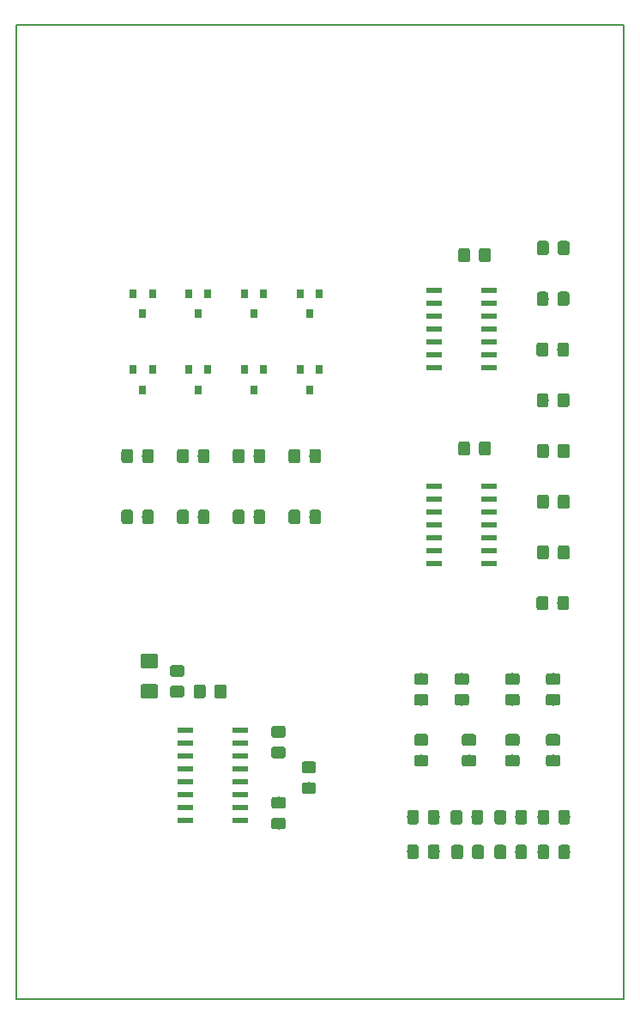
<source format=gbr>
G04 #@! TF.GenerationSoftware,KiCad,Pcbnew,5.0.1-33cea8e~68~ubuntu18.04.1*
G04 #@! TF.CreationDate,2018-11-14T12:35:47-05:00*
G04 #@! TF.ProjectId,PBC_TP_Final_JMena,5042435F54505F46696E616C5F4A4D65,1.0*
G04 #@! TF.SameCoordinates,Original*
G04 #@! TF.FileFunction,Paste,Bot*
G04 #@! TF.FilePolarity,Positive*
%FSLAX46Y46*%
G04 Gerber Fmt 4.6, Leading zero omitted, Abs format (unit mm)*
G04 Created by KiCad (PCBNEW 5.0.1-33cea8e~68~ubuntu18.04.1) date mié 14 nov 2018 12:35:47 -05*
%MOMM*%
%LPD*%
G01*
G04 APERTURE LIST*
%ADD10C,0.150000*%
%ADD11R,1.500000X0.600000*%
%ADD12C,0.100000*%
%ADD13C,1.150000*%
%ADD14C,1.425000*%
%ADD15R,0.800000X0.900000*%
G04 APERTURE END LIST*
D10*
X139000000Y-52000000D02*
X79000000Y-52000000D01*
X139000000Y-148000000D02*
X139000000Y-52000000D01*
X79000000Y-148000000D02*
X139000000Y-148000000D01*
X79000000Y-52000000D02*
X79000000Y-148000000D01*
D11*
G04 #@! TO.C,U602*
X101100000Y-121505000D03*
X101100000Y-122775000D03*
X101100000Y-124045000D03*
X101100000Y-125315000D03*
X101100000Y-126585000D03*
X101100000Y-127855000D03*
X101100000Y-129125000D03*
X101100000Y-130395000D03*
X95700000Y-130395000D03*
X95700000Y-129125000D03*
X95700000Y-127855000D03*
X95700000Y-126585000D03*
X95700000Y-125315000D03*
X95700000Y-124045000D03*
X95700000Y-122775000D03*
X95700000Y-121505000D03*
G04 #@! TD*
D12*
G04 #@! TO.C,R508*
G36*
X119474505Y-123951204D02*
X119498773Y-123954804D01*
X119522572Y-123960765D01*
X119545671Y-123969030D01*
X119567850Y-123979520D01*
X119588893Y-123992132D01*
X119608599Y-124006747D01*
X119626777Y-124023223D01*
X119643253Y-124041401D01*
X119657868Y-124061107D01*
X119670480Y-124082150D01*
X119680970Y-124104329D01*
X119689235Y-124127428D01*
X119695196Y-124151227D01*
X119698796Y-124175495D01*
X119700000Y-124199999D01*
X119700000Y-124850001D01*
X119698796Y-124874505D01*
X119695196Y-124898773D01*
X119689235Y-124922572D01*
X119680970Y-124945671D01*
X119670480Y-124967850D01*
X119657868Y-124988893D01*
X119643253Y-125008599D01*
X119626777Y-125026777D01*
X119608599Y-125043253D01*
X119588893Y-125057868D01*
X119567850Y-125070480D01*
X119545671Y-125080970D01*
X119522572Y-125089235D01*
X119498773Y-125095196D01*
X119474505Y-125098796D01*
X119450001Y-125100000D01*
X118549999Y-125100000D01*
X118525495Y-125098796D01*
X118501227Y-125095196D01*
X118477428Y-125089235D01*
X118454329Y-125080970D01*
X118432150Y-125070480D01*
X118411107Y-125057868D01*
X118391401Y-125043253D01*
X118373223Y-125026777D01*
X118356747Y-125008599D01*
X118342132Y-124988893D01*
X118329520Y-124967850D01*
X118319030Y-124945671D01*
X118310765Y-124922572D01*
X118304804Y-124898773D01*
X118301204Y-124874505D01*
X118300000Y-124850001D01*
X118300000Y-124199999D01*
X118301204Y-124175495D01*
X118304804Y-124151227D01*
X118310765Y-124127428D01*
X118319030Y-124104329D01*
X118329520Y-124082150D01*
X118342132Y-124061107D01*
X118356747Y-124041401D01*
X118373223Y-124023223D01*
X118391401Y-124006747D01*
X118411107Y-123992132D01*
X118432150Y-123979520D01*
X118454329Y-123969030D01*
X118477428Y-123960765D01*
X118501227Y-123954804D01*
X118525495Y-123951204D01*
X118549999Y-123950000D01*
X119450001Y-123950000D01*
X119474505Y-123951204D01*
X119474505Y-123951204D01*
G37*
D13*
X119000000Y-124525000D03*
D12*
G36*
X119474505Y-121901204D02*
X119498773Y-121904804D01*
X119522572Y-121910765D01*
X119545671Y-121919030D01*
X119567850Y-121929520D01*
X119588893Y-121942132D01*
X119608599Y-121956747D01*
X119626777Y-121973223D01*
X119643253Y-121991401D01*
X119657868Y-122011107D01*
X119670480Y-122032150D01*
X119680970Y-122054329D01*
X119689235Y-122077428D01*
X119695196Y-122101227D01*
X119698796Y-122125495D01*
X119700000Y-122149999D01*
X119700000Y-122800001D01*
X119698796Y-122824505D01*
X119695196Y-122848773D01*
X119689235Y-122872572D01*
X119680970Y-122895671D01*
X119670480Y-122917850D01*
X119657868Y-122938893D01*
X119643253Y-122958599D01*
X119626777Y-122976777D01*
X119608599Y-122993253D01*
X119588893Y-123007868D01*
X119567850Y-123020480D01*
X119545671Y-123030970D01*
X119522572Y-123039235D01*
X119498773Y-123045196D01*
X119474505Y-123048796D01*
X119450001Y-123050000D01*
X118549999Y-123050000D01*
X118525495Y-123048796D01*
X118501227Y-123045196D01*
X118477428Y-123039235D01*
X118454329Y-123030970D01*
X118432150Y-123020480D01*
X118411107Y-123007868D01*
X118391401Y-122993253D01*
X118373223Y-122976777D01*
X118356747Y-122958599D01*
X118342132Y-122938893D01*
X118329520Y-122917850D01*
X118319030Y-122895671D01*
X118310765Y-122872572D01*
X118304804Y-122848773D01*
X118301204Y-122824505D01*
X118300000Y-122800001D01*
X118300000Y-122149999D01*
X118301204Y-122125495D01*
X118304804Y-122101227D01*
X118310765Y-122077428D01*
X118319030Y-122054329D01*
X118329520Y-122032150D01*
X118342132Y-122011107D01*
X118356747Y-121991401D01*
X118373223Y-121973223D01*
X118391401Y-121956747D01*
X118411107Y-121942132D01*
X118432150Y-121929520D01*
X118454329Y-121919030D01*
X118477428Y-121910765D01*
X118501227Y-121904804D01*
X118525495Y-121901204D01*
X118549999Y-121900000D01*
X119450001Y-121900000D01*
X119474505Y-121901204D01*
X119474505Y-121901204D01*
G37*
D13*
X119000000Y-122475000D03*
G04 #@! TD*
D12*
G04 #@! TO.C,C608*
G36*
X108374505Y-126651204D02*
X108398773Y-126654804D01*
X108422572Y-126660765D01*
X108445671Y-126669030D01*
X108467850Y-126679520D01*
X108488893Y-126692132D01*
X108508599Y-126706747D01*
X108526777Y-126723223D01*
X108543253Y-126741401D01*
X108557868Y-126761107D01*
X108570480Y-126782150D01*
X108580970Y-126804329D01*
X108589235Y-126827428D01*
X108595196Y-126851227D01*
X108598796Y-126875495D01*
X108600000Y-126899999D01*
X108600000Y-127550001D01*
X108598796Y-127574505D01*
X108595196Y-127598773D01*
X108589235Y-127622572D01*
X108580970Y-127645671D01*
X108570480Y-127667850D01*
X108557868Y-127688893D01*
X108543253Y-127708599D01*
X108526777Y-127726777D01*
X108508599Y-127743253D01*
X108488893Y-127757868D01*
X108467850Y-127770480D01*
X108445671Y-127780970D01*
X108422572Y-127789235D01*
X108398773Y-127795196D01*
X108374505Y-127798796D01*
X108350001Y-127800000D01*
X107449999Y-127800000D01*
X107425495Y-127798796D01*
X107401227Y-127795196D01*
X107377428Y-127789235D01*
X107354329Y-127780970D01*
X107332150Y-127770480D01*
X107311107Y-127757868D01*
X107291401Y-127743253D01*
X107273223Y-127726777D01*
X107256747Y-127708599D01*
X107242132Y-127688893D01*
X107229520Y-127667850D01*
X107219030Y-127645671D01*
X107210765Y-127622572D01*
X107204804Y-127598773D01*
X107201204Y-127574505D01*
X107200000Y-127550001D01*
X107200000Y-126899999D01*
X107201204Y-126875495D01*
X107204804Y-126851227D01*
X107210765Y-126827428D01*
X107219030Y-126804329D01*
X107229520Y-126782150D01*
X107242132Y-126761107D01*
X107256747Y-126741401D01*
X107273223Y-126723223D01*
X107291401Y-126706747D01*
X107311107Y-126692132D01*
X107332150Y-126679520D01*
X107354329Y-126669030D01*
X107377428Y-126660765D01*
X107401227Y-126654804D01*
X107425495Y-126651204D01*
X107449999Y-126650000D01*
X108350001Y-126650000D01*
X108374505Y-126651204D01*
X108374505Y-126651204D01*
G37*
D13*
X107900000Y-127225000D03*
D12*
G36*
X108374505Y-124601204D02*
X108398773Y-124604804D01*
X108422572Y-124610765D01*
X108445671Y-124619030D01*
X108467850Y-124629520D01*
X108488893Y-124642132D01*
X108508599Y-124656747D01*
X108526777Y-124673223D01*
X108543253Y-124691401D01*
X108557868Y-124711107D01*
X108570480Y-124732150D01*
X108580970Y-124754329D01*
X108589235Y-124777428D01*
X108595196Y-124801227D01*
X108598796Y-124825495D01*
X108600000Y-124849999D01*
X108600000Y-125500001D01*
X108598796Y-125524505D01*
X108595196Y-125548773D01*
X108589235Y-125572572D01*
X108580970Y-125595671D01*
X108570480Y-125617850D01*
X108557868Y-125638893D01*
X108543253Y-125658599D01*
X108526777Y-125676777D01*
X108508599Y-125693253D01*
X108488893Y-125707868D01*
X108467850Y-125720480D01*
X108445671Y-125730970D01*
X108422572Y-125739235D01*
X108398773Y-125745196D01*
X108374505Y-125748796D01*
X108350001Y-125750000D01*
X107449999Y-125750000D01*
X107425495Y-125748796D01*
X107401227Y-125745196D01*
X107377428Y-125739235D01*
X107354329Y-125730970D01*
X107332150Y-125720480D01*
X107311107Y-125707868D01*
X107291401Y-125693253D01*
X107273223Y-125676777D01*
X107256747Y-125658599D01*
X107242132Y-125638893D01*
X107229520Y-125617850D01*
X107219030Y-125595671D01*
X107210765Y-125572572D01*
X107204804Y-125548773D01*
X107201204Y-125524505D01*
X107200000Y-125500001D01*
X107200000Y-124849999D01*
X107201204Y-124825495D01*
X107204804Y-124801227D01*
X107210765Y-124777428D01*
X107219030Y-124754329D01*
X107229520Y-124732150D01*
X107242132Y-124711107D01*
X107256747Y-124691401D01*
X107273223Y-124673223D01*
X107291401Y-124656747D01*
X107311107Y-124642132D01*
X107332150Y-124629520D01*
X107354329Y-124619030D01*
X107377428Y-124610765D01*
X107401227Y-124604804D01*
X107425495Y-124601204D01*
X107449999Y-124600000D01*
X108350001Y-124600000D01*
X108374505Y-124601204D01*
X108374505Y-124601204D01*
G37*
D13*
X107900000Y-125175000D03*
G04 #@! TD*
D12*
G04 #@! TO.C,C301*
G36*
X131349505Y-73301204D02*
X131373773Y-73304804D01*
X131397572Y-73310765D01*
X131420671Y-73319030D01*
X131442850Y-73329520D01*
X131463893Y-73342132D01*
X131483599Y-73356747D01*
X131501777Y-73373223D01*
X131518253Y-73391401D01*
X131532868Y-73411107D01*
X131545480Y-73432150D01*
X131555970Y-73454329D01*
X131564235Y-73477428D01*
X131570196Y-73501227D01*
X131573796Y-73525495D01*
X131575000Y-73549999D01*
X131575000Y-74450001D01*
X131573796Y-74474505D01*
X131570196Y-74498773D01*
X131564235Y-74522572D01*
X131555970Y-74545671D01*
X131545480Y-74567850D01*
X131532868Y-74588893D01*
X131518253Y-74608599D01*
X131501777Y-74626777D01*
X131483599Y-74643253D01*
X131463893Y-74657868D01*
X131442850Y-74670480D01*
X131420671Y-74680970D01*
X131397572Y-74689235D01*
X131373773Y-74695196D01*
X131349505Y-74698796D01*
X131325001Y-74700000D01*
X130674999Y-74700000D01*
X130650495Y-74698796D01*
X130626227Y-74695196D01*
X130602428Y-74689235D01*
X130579329Y-74680970D01*
X130557150Y-74670480D01*
X130536107Y-74657868D01*
X130516401Y-74643253D01*
X130498223Y-74626777D01*
X130481747Y-74608599D01*
X130467132Y-74588893D01*
X130454520Y-74567850D01*
X130444030Y-74545671D01*
X130435765Y-74522572D01*
X130429804Y-74498773D01*
X130426204Y-74474505D01*
X130425000Y-74450001D01*
X130425000Y-73549999D01*
X130426204Y-73525495D01*
X130429804Y-73501227D01*
X130435765Y-73477428D01*
X130444030Y-73454329D01*
X130454520Y-73432150D01*
X130467132Y-73411107D01*
X130481747Y-73391401D01*
X130498223Y-73373223D01*
X130516401Y-73356747D01*
X130536107Y-73342132D01*
X130557150Y-73329520D01*
X130579329Y-73319030D01*
X130602428Y-73310765D01*
X130626227Y-73304804D01*
X130650495Y-73301204D01*
X130674999Y-73300000D01*
X131325001Y-73300000D01*
X131349505Y-73301204D01*
X131349505Y-73301204D01*
G37*
D13*
X131000000Y-74000000D03*
D12*
G36*
X133399505Y-73301204D02*
X133423773Y-73304804D01*
X133447572Y-73310765D01*
X133470671Y-73319030D01*
X133492850Y-73329520D01*
X133513893Y-73342132D01*
X133533599Y-73356747D01*
X133551777Y-73373223D01*
X133568253Y-73391401D01*
X133582868Y-73411107D01*
X133595480Y-73432150D01*
X133605970Y-73454329D01*
X133614235Y-73477428D01*
X133620196Y-73501227D01*
X133623796Y-73525495D01*
X133625000Y-73549999D01*
X133625000Y-74450001D01*
X133623796Y-74474505D01*
X133620196Y-74498773D01*
X133614235Y-74522572D01*
X133605970Y-74545671D01*
X133595480Y-74567850D01*
X133582868Y-74588893D01*
X133568253Y-74608599D01*
X133551777Y-74626777D01*
X133533599Y-74643253D01*
X133513893Y-74657868D01*
X133492850Y-74670480D01*
X133470671Y-74680970D01*
X133447572Y-74689235D01*
X133423773Y-74695196D01*
X133399505Y-74698796D01*
X133375001Y-74700000D01*
X132724999Y-74700000D01*
X132700495Y-74698796D01*
X132676227Y-74695196D01*
X132652428Y-74689235D01*
X132629329Y-74680970D01*
X132607150Y-74670480D01*
X132586107Y-74657868D01*
X132566401Y-74643253D01*
X132548223Y-74626777D01*
X132531747Y-74608599D01*
X132517132Y-74588893D01*
X132504520Y-74567850D01*
X132494030Y-74545671D01*
X132485765Y-74522572D01*
X132479804Y-74498773D01*
X132476204Y-74474505D01*
X132475000Y-74450001D01*
X132475000Y-73549999D01*
X132476204Y-73525495D01*
X132479804Y-73501227D01*
X132485765Y-73477428D01*
X132494030Y-73454329D01*
X132504520Y-73432150D01*
X132517132Y-73411107D01*
X132531747Y-73391401D01*
X132548223Y-73373223D01*
X132566401Y-73356747D01*
X132586107Y-73342132D01*
X132607150Y-73329520D01*
X132629329Y-73319030D01*
X132652428Y-73310765D01*
X132676227Y-73304804D01*
X132700495Y-73301204D01*
X132724999Y-73300000D01*
X133375001Y-73300000D01*
X133399505Y-73301204D01*
X133399505Y-73301204D01*
G37*
D13*
X133050000Y-74000000D03*
G04 #@! TD*
D12*
G04 #@! TO.C,C302*
G36*
X131324505Y-78301204D02*
X131348773Y-78304804D01*
X131372572Y-78310765D01*
X131395671Y-78319030D01*
X131417850Y-78329520D01*
X131438893Y-78342132D01*
X131458599Y-78356747D01*
X131476777Y-78373223D01*
X131493253Y-78391401D01*
X131507868Y-78411107D01*
X131520480Y-78432150D01*
X131530970Y-78454329D01*
X131539235Y-78477428D01*
X131545196Y-78501227D01*
X131548796Y-78525495D01*
X131550000Y-78549999D01*
X131550000Y-79450001D01*
X131548796Y-79474505D01*
X131545196Y-79498773D01*
X131539235Y-79522572D01*
X131530970Y-79545671D01*
X131520480Y-79567850D01*
X131507868Y-79588893D01*
X131493253Y-79608599D01*
X131476777Y-79626777D01*
X131458599Y-79643253D01*
X131438893Y-79657868D01*
X131417850Y-79670480D01*
X131395671Y-79680970D01*
X131372572Y-79689235D01*
X131348773Y-79695196D01*
X131324505Y-79698796D01*
X131300001Y-79700000D01*
X130649999Y-79700000D01*
X130625495Y-79698796D01*
X130601227Y-79695196D01*
X130577428Y-79689235D01*
X130554329Y-79680970D01*
X130532150Y-79670480D01*
X130511107Y-79657868D01*
X130491401Y-79643253D01*
X130473223Y-79626777D01*
X130456747Y-79608599D01*
X130442132Y-79588893D01*
X130429520Y-79567850D01*
X130419030Y-79545671D01*
X130410765Y-79522572D01*
X130404804Y-79498773D01*
X130401204Y-79474505D01*
X130400000Y-79450001D01*
X130400000Y-78549999D01*
X130401204Y-78525495D01*
X130404804Y-78501227D01*
X130410765Y-78477428D01*
X130419030Y-78454329D01*
X130429520Y-78432150D01*
X130442132Y-78411107D01*
X130456747Y-78391401D01*
X130473223Y-78373223D01*
X130491401Y-78356747D01*
X130511107Y-78342132D01*
X130532150Y-78329520D01*
X130554329Y-78319030D01*
X130577428Y-78310765D01*
X130601227Y-78304804D01*
X130625495Y-78301204D01*
X130649999Y-78300000D01*
X131300001Y-78300000D01*
X131324505Y-78301204D01*
X131324505Y-78301204D01*
G37*
D13*
X130975000Y-79000000D03*
D12*
G36*
X133374505Y-78301204D02*
X133398773Y-78304804D01*
X133422572Y-78310765D01*
X133445671Y-78319030D01*
X133467850Y-78329520D01*
X133488893Y-78342132D01*
X133508599Y-78356747D01*
X133526777Y-78373223D01*
X133543253Y-78391401D01*
X133557868Y-78411107D01*
X133570480Y-78432150D01*
X133580970Y-78454329D01*
X133589235Y-78477428D01*
X133595196Y-78501227D01*
X133598796Y-78525495D01*
X133600000Y-78549999D01*
X133600000Y-79450001D01*
X133598796Y-79474505D01*
X133595196Y-79498773D01*
X133589235Y-79522572D01*
X133580970Y-79545671D01*
X133570480Y-79567850D01*
X133557868Y-79588893D01*
X133543253Y-79608599D01*
X133526777Y-79626777D01*
X133508599Y-79643253D01*
X133488893Y-79657868D01*
X133467850Y-79670480D01*
X133445671Y-79680970D01*
X133422572Y-79689235D01*
X133398773Y-79695196D01*
X133374505Y-79698796D01*
X133350001Y-79700000D01*
X132699999Y-79700000D01*
X132675495Y-79698796D01*
X132651227Y-79695196D01*
X132627428Y-79689235D01*
X132604329Y-79680970D01*
X132582150Y-79670480D01*
X132561107Y-79657868D01*
X132541401Y-79643253D01*
X132523223Y-79626777D01*
X132506747Y-79608599D01*
X132492132Y-79588893D01*
X132479520Y-79567850D01*
X132469030Y-79545671D01*
X132460765Y-79522572D01*
X132454804Y-79498773D01*
X132451204Y-79474505D01*
X132450000Y-79450001D01*
X132450000Y-78549999D01*
X132451204Y-78525495D01*
X132454804Y-78501227D01*
X132460765Y-78477428D01*
X132469030Y-78454329D01*
X132479520Y-78432150D01*
X132492132Y-78411107D01*
X132506747Y-78391401D01*
X132523223Y-78373223D01*
X132541401Y-78356747D01*
X132561107Y-78342132D01*
X132582150Y-78329520D01*
X132604329Y-78319030D01*
X132627428Y-78310765D01*
X132651227Y-78304804D01*
X132675495Y-78301204D01*
X132699999Y-78300000D01*
X133350001Y-78300000D01*
X133374505Y-78301204D01*
X133374505Y-78301204D01*
G37*
D13*
X133025000Y-79000000D03*
G04 #@! TD*
D12*
G04 #@! TO.C,C303*
G36*
X131299505Y-83301204D02*
X131323773Y-83304804D01*
X131347572Y-83310765D01*
X131370671Y-83319030D01*
X131392850Y-83329520D01*
X131413893Y-83342132D01*
X131433599Y-83356747D01*
X131451777Y-83373223D01*
X131468253Y-83391401D01*
X131482868Y-83411107D01*
X131495480Y-83432150D01*
X131505970Y-83454329D01*
X131514235Y-83477428D01*
X131520196Y-83501227D01*
X131523796Y-83525495D01*
X131525000Y-83549999D01*
X131525000Y-84450001D01*
X131523796Y-84474505D01*
X131520196Y-84498773D01*
X131514235Y-84522572D01*
X131505970Y-84545671D01*
X131495480Y-84567850D01*
X131482868Y-84588893D01*
X131468253Y-84608599D01*
X131451777Y-84626777D01*
X131433599Y-84643253D01*
X131413893Y-84657868D01*
X131392850Y-84670480D01*
X131370671Y-84680970D01*
X131347572Y-84689235D01*
X131323773Y-84695196D01*
X131299505Y-84698796D01*
X131275001Y-84700000D01*
X130624999Y-84700000D01*
X130600495Y-84698796D01*
X130576227Y-84695196D01*
X130552428Y-84689235D01*
X130529329Y-84680970D01*
X130507150Y-84670480D01*
X130486107Y-84657868D01*
X130466401Y-84643253D01*
X130448223Y-84626777D01*
X130431747Y-84608599D01*
X130417132Y-84588893D01*
X130404520Y-84567850D01*
X130394030Y-84545671D01*
X130385765Y-84522572D01*
X130379804Y-84498773D01*
X130376204Y-84474505D01*
X130375000Y-84450001D01*
X130375000Y-83549999D01*
X130376204Y-83525495D01*
X130379804Y-83501227D01*
X130385765Y-83477428D01*
X130394030Y-83454329D01*
X130404520Y-83432150D01*
X130417132Y-83411107D01*
X130431747Y-83391401D01*
X130448223Y-83373223D01*
X130466401Y-83356747D01*
X130486107Y-83342132D01*
X130507150Y-83329520D01*
X130529329Y-83319030D01*
X130552428Y-83310765D01*
X130576227Y-83304804D01*
X130600495Y-83301204D01*
X130624999Y-83300000D01*
X131275001Y-83300000D01*
X131299505Y-83301204D01*
X131299505Y-83301204D01*
G37*
D13*
X130950000Y-84000000D03*
D12*
G36*
X133349505Y-83301204D02*
X133373773Y-83304804D01*
X133397572Y-83310765D01*
X133420671Y-83319030D01*
X133442850Y-83329520D01*
X133463893Y-83342132D01*
X133483599Y-83356747D01*
X133501777Y-83373223D01*
X133518253Y-83391401D01*
X133532868Y-83411107D01*
X133545480Y-83432150D01*
X133555970Y-83454329D01*
X133564235Y-83477428D01*
X133570196Y-83501227D01*
X133573796Y-83525495D01*
X133575000Y-83549999D01*
X133575000Y-84450001D01*
X133573796Y-84474505D01*
X133570196Y-84498773D01*
X133564235Y-84522572D01*
X133555970Y-84545671D01*
X133545480Y-84567850D01*
X133532868Y-84588893D01*
X133518253Y-84608599D01*
X133501777Y-84626777D01*
X133483599Y-84643253D01*
X133463893Y-84657868D01*
X133442850Y-84670480D01*
X133420671Y-84680970D01*
X133397572Y-84689235D01*
X133373773Y-84695196D01*
X133349505Y-84698796D01*
X133325001Y-84700000D01*
X132674999Y-84700000D01*
X132650495Y-84698796D01*
X132626227Y-84695196D01*
X132602428Y-84689235D01*
X132579329Y-84680970D01*
X132557150Y-84670480D01*
X132536107Y-84657868D01*
X132516401Y-84643253D01*
X132498223Y-84626777D01*
X132481747Y-84608599D01*
X132467132Y-84588893D01*
X132454520Y-84567850D01*
X132444030Y-84545671D01*
X132435765Y-84522572D01*
X132429804Y-84498773D01*
X132426204Y-84474505D01*
X132425000Y-84450001D01*
X132425000Y-83549999D01*
X132426204Y-83525495D01*
X132429804Y-83501227D01*
X132435765Y-83477428D01*
X132444030Y-83454329D01*
X132454520Y-83432150D01*
X132467132Y-83411107D01*
X132481747Y-83391401D01*
X132498223Y-83373223D01*
X132516401Y-83356747D01*
X132536107Y-83342132D01*
X132557150Y-83329520D01*
X132579329Y-83319030D01*
X132602428Y-83310765D01*
X132626227Y-83304804D01*
X132650495Y-83301204D01*
X132674999Y-83300000D01*
X133325001Y-83300000D01*
X133349505Y-83301204D01*
X133349505Y-83301204D01*
G37*
D13*
X133000000Y-84000000D03*
G04 #@! TD*
D12*
G04 #@! TO.C,C304*
G36*
X133374505Y-88301204D02*
X133398773Y-88304804D01*
X133422572Y-88310765D01*
X133445671Y-88319030D01*
X133467850Y-88329520D01*
X133488893Y-88342132D01*
X133508599Y-88356747D01*
X133526777Y-88373223D01*
X133543253Y-88391401D01*
X133557868Y-88411107D01*
X133570480Y-88432150D01*
X133580970Y-88454329D01*
X133589235Y-88477428D01*
X133595196Y-88501227D01*
X133598796Y-88525495D01*
X133600000Y-88549999D01*
X133600000Y-89450001D01*
X133598796Y-89474505D01*
X133595196Y-89498773D01*
X133589235Y-89522572D01*
X133580970Y-89545671D01*
X133570480Y-89567850D01*
X133557868Y-89588893D01*
X133543253Y-89608599D01*
X133526777Y-89626777D01*
X133508599Y-89643253D01*
X133488893Y-89657868D01*
X133467850Y-89670480D01*
X133445671Y-89680970D01*
X133422572Y-89689235D01*
X133398773Y-89695196D01*
X133374505Y-89698796D01*
X133350001Y-89700000D01*
X132699999Y-89700000D01*
X132675495Y-89698796D01*
X132651227Y-89695196D01*
X132627428Y-89689235D01*
X132604329Y-89680970D01*
X132582150Y-89670480D01*
X132561107Y-89657868D01*
X132541401Y-89643253D01*
X132523223Y-89626777D01*
X132506747Y-89608599D01*
X132492132Y-89588893D01*
X132479520Y-89567850D01*
X132469030Y-89545671D01*
X132460765Y-89522572D01*
X132454804Y-89498773D01*
X132451204Y-89474505D01*
X132450000Y-89450001D01*
X132450000Y-88549999D01*
X132451204Y-88525495D01*
X132454804Y-88501227D01*
X132460765Y-88477428D01*
X132469030Y-88454329D01*
X132479520Y-88432150D01*
X132492132Y-88411107D01*
X132506747Y-88391401D01*
X132523223Y-88373223D01*
X132541401Y-88356747D01*
X132561107Y-88342132D01*
X132582150Y-88329520D01*
X132604329Y-88319030D01*
X132627428Y-88310765D01*
X132651227Y-88304804D01*
X132675495Y-88301204D01*
X132699999Y-88300000D01*
X133350001Y-88300000D01*
X133374505Y-88301204D01*
X133374505Y-88301204D01*
G37*
D13*
X133025000Y-89000000D03*
D12*
G36*
X131324505Y-88301204D02*
X131348773Y-88304804D01*
X131372572Y-88310765D01*
X131395671Y-88319030D01*
X131417850Y-88329520D01*
X131438893Y-88342132D01*
X131458599Y-88356747D01*
X131476777Y-88373223D01*
X131493253Y-88391401D01*
X131507868Y-88411107D01*
X131520480Y-88432150D01*
X131530970Y-88454329D01*
X131539235Y-88477428D01*
X131545196Y-88501227D01*
X131548796Y-88525495D01*
X131550000Y-88549999D01*
X131550000Y-89450001D01*
X131548796Y-89474505D01*
X131545196Y-89498773D01*
X131539235Y-89522572D01*
X131530970Y-89545671D01*
X131520480Y-89567850D01*
X131507868Y-89588893D01*
X131493253Y-89608599D01*
X131476777Y-89626777D01*
X131458599Y-89643253D01*
X131438893Y-89657868D01*
X131417850Y-89670480D01*
X131395671Y-89680970D01*
X131372572Y-89689235D01*
X131348773Y-89695196D01*
X131324505Y-89698796D01*
X131300001Y-89700000D01*
X130649999Y-89700000D01*
X130625495Y-89698796D01*
X130601227Y-89695196D01*
X130577428Y-89689235D01*
X130554329Y-89680970D01*
X130532150Y-89670480D01*
X130511107Y-89657868D01*
X130491401Y-89643253D01*
X130473223Y-89626777D01*
X130456747Y-89608599D01*
X130442132Y-89588893D01*
X130429520Y-89567850D01*
X130419030Y-89545671D01*
X130410765Y-89522572D01*
X130404804Y-89498773D01*
X130401204Y-89474505D01*
X130400000Y-89450001D01*
X130400000Y-88549999D01*
X130401204Y-88525495D01*
X130404804Y-88501227D01*
X130410765Y-88477428D01*
X130419030Y-88454329D01*
X130429520Y-88432150D01*
X130442132Y-88411107D01*
X130456747Y-88391401D01*
X130473223Y-88373223D01*
X130491401Y-88356747D01*
X130511107Y-88342132D01*
X130532150Y-88329520D01*
X130554329Y-88319030D01*
X130577428Y-88310765D01*
X130601227Y-88304804D01*
X130625495Y-88301204D01*
X130649999Y-88300000D01*
X131300001Y-88300000D01*
X131324505Y-88301204D01*
X131324505Y-88301204D01*
G37*
D13*
X130975000Y-89000000D03*
G04 #@! TD*
D12*
G04 #@! TO.C,C305*
G36*
X131349505Y-93301204D02*
X131373773Y-93304804D01*
X131397572Y-93310765D01*
X131420671Y-93319030D01*
X131442850Y-93329520D01*
X131463893Y-93342132D01*
X131483599Y-93356747D01*
X131501777Y-93373223D01*
X131518253Y-93391401D01*
X131532868Y-93411107D01*
X131545480Y-93432150D01*
X131555970Y-93454329D01*
X131564235Y-93477428D01*
X131570196Y-93501227D01*
X131573796Y-93525495D01*
X131575000Y-93549999D01*
X131575000Y-94450001D01*
X131573796Y-94474505D01*
X131570196Y-94498773D01*
X131564235Y-94522572D01*
X131555970Y-94545671D01*
X131545480Y-94567850D01*
X131532868Y-94588893D01*
X131518253Y-94608599D01*
X131501777Y-94626777D01*
X131483599Y-94643253D01*
X131463893Y-94657868D01*
X131442850Y-94670480D01*
X131420671Y-94680970D01*
X131397572Y-94689235D01*
X131373773Y-94695196D01*
X131349505Y-94698796D01*
X131325001Y-94700000D01*
X130674999Y-94700000D01*
X130650495Y-94698796D01*
X130626227Y-94695196D01*
X130602428Y-94689235D01*
X130579329Y-94680970D01*
X130557150Y-94670480D01*
X130536107Y-94657868D01*
X130516401Y-94643253D01*
X130498223Y-94626777D01*
X130481747Y-94608599D01*
X130467132Y-94588893D01*
X130454520Y-94567850D01*
X130444030Y-94545671D01*
X130435765Y-94522572D01*
X130429804Y-94498773D01*
X130426204Y-94474505D01*
X130425000Y-94450001D01*
X130425000Y-93549999D01*
X130426204Y-93525495D01*
X130429804Y-93501227D01*
X130435765Y-93477428D01*
X130444030Y-93454329D01*
X130454520Y-93432150D01*
X130467132Y-93411107D01*
X130481747Y-93391401D01*
X130498223Y-93373223D01*
X130516401Y-93356747D01*
X130536107Y-93342132D01*
X130557150Y-93329520D01*
X130579329Y-93319030D01*
X130602428Y-93310765D01*
X130626227Y-93304804D01*
X130650495Y-93301204D01*
X130674999Y-93300000D01*
X131325001Y-93300000D01*
X131349505Y-93301204D01*
X131349505Y-93301204D01*
G37*
D13*
X131000000Y-94000000D03*
D12*
G36*
X133399505Y-93301204D02*
X133423773Y-93304804D01*
X133447572Y-93310765D01*
X133470671Y-93319030D01*
X133492850Y-93329520D01*
X133513893Y-93342132D01*
X133533599Y-93356747D01*
X133551777Y-93373223D01*
X133568253Y-93391401D01*
X133582868Y-93411107D01*
X133595480Y-93432150D01*
X133605970Y-93454329D01*
X133614235Y-93477428D01*
X133620196Y-93501227D01*
X133623796Y-93525495D01*
X133625000Y-93549999D01*
X133625000Y-94450001D01*
X133623796Y-94474505D01*
X133620196Y-94498773D01*
X133614235Y-94522572D01*
X133605970Y-94545671D01*
X133595480Y-94567850D01*
X133582868Y-94588893D01*
X133568253Y-94608599D01*
X133551777Y-94626777D01*
X133533599Y-94643253D01*
X133513893Y-94657868D01*
X133492850Y-94670480D01*
X133470671Y-94680970D01*
X133447572Y-94689235D01*
X133423773Y-94695196D01*
X133399505Y-94698796D01*
X133375001Y-94700000D01*
X132724999Y-94700000D01*
X132700495Y-94698796D01*
X132676227Y-94695196D01*
X132652428Y-94689235D01*
X132629329Y-94680970D01*
X132607150Y-94670480D01*
X132586107Y-94657868D01*
X132566401Y-94643253D01*
X132548223Y-94626777D01*
X132531747Y-94608599D01*
X132517132Y-94588893D01*
X132504520Y-94567850D01*
X132494030Y-94545671D01*
X132485765Y-94522572D01*
X132479804Y-94498773D01*
X132476204Y-94474505D01*
X132475000Y-94450001D01*
X132475000Y-93549999D01*
X132476204Y-93525495D01*
X132479804Y-93501227D01*
X132485765Y-93477428D01*
X132494030Y-93454329D01*
X132504520Y-93432150D01*
X132517132Y-93411107D01*
X132531747Y-93391401D01*
X132548223Y-93373223D01*
X132566401Y-93356747D01*
X132586107Y-93342132D01*
X132607150Y-93329520D01*
X132629329Y-93319030D01*
X132652428Y-93310765D01*
X132676227Y-93304804D01*
X132700495Y-93301204D01*
X132724999Y-93300000D01*
X133375001Y-93300000D01*
X133399505Y-93301204D01*
X133399505Y-93301204D01*
G37*
D13*
X133050000Y-94000000D03*
G04 #@! TD*
D12*
G04 #@! TO.C,C306*
G36*
X133399505Y-98301204D02*
X133423773Y-98304804D01*
X133447572Y-98310765D01*
X133470671Y-98319030D01*
X133492850Y-98329520D01*
X133513893Y-98342132D01*
X133533599Y-98356747D01*
X133551777Y-98373223D01*
X133568253Y-98391401D01*
X133582868Y-98411107D01*
X133595480Y-98432150D01*
X133605970Y-98454329D01*
X133614235Y-98477428D01*
X133620196Y-98501227D01*
X133623796Y-98525495D01*
X133625000Y-98549999D01*
X133625000Y-99450001D01*
X133623796Y-99474505D01*
X133620196Y-99498773D01*
X133614235Y-99522572D01*
X133605970Y-99545671D01*
X133595480Y-99567850D01*
X133582868Y-99588893D01*
X133568253Y-99608599D01*
X133551777Y-99626777D01*
X133533599Y-99643253D01*
X133513893Y-99657868D01*
X133492850Y-99670480D01*
X133470671Y-99680970D01*
X133447572Y-99689235D01*
X133423773Y-99695196D01*
X133399505Y-99698796D01*
X133375001Y-99700000D01*
X132724999Y-99700000D01*
X132700495Y-99698796D01*
X132676227Y-99695196D01*
X132652428Y-99689235D01*
X132629329Y-99680970D01*
X132607150Y-99670480D01*
X132586107Y-99657868D01*
X132566401Y-99643253D01*
X132548223Y-99626777D01*
X132531747Y-99608599D01*
X132517132Y-99588893D01*
X132504520Y-99567850D01*
X132494030Y-99545671D01*
X132485765Y-99522572D01*
X132479804Y-99498773D01*
X132476204Y-99474505D01*
X132475000Y-99450001D01*
X132475000Y-98549999D01*
X132476204Y-98525495D01*
X132479804Y-98501227D01*
X132485765Y-98477428D01*
X132494030Y-98454329D01*
X132504520Y-98432150D01*
X132517132Y-98411107D01*
X132531747Y-98391401D01*
X132548223Y-98373223D01*
X132566401Y-98356747D01*
X132586107Y-98342132D01*
X132607150Y-98329520D01*
X132629329Y-98319030D01*
X132652428Y-98310765D01*
X132676227Y-98304804D01*
X132700495Y-98301204D01*
X132724999Y-98300000D01*
X133375001Y-98300000D01*
X133399505Y-98301204D01*
X133399505Y-98301204D01*
G37*
D13*
X133050000Y-99000000D03*
D12*
G36*
X131349505Y-98301204D02*
X131373773Y-98304804D01*
X131397572Y-98310765D01*
X131420671Y-98319030D01*
X131442850Y-98329520D01*
X131463893Y-98342132D01*
X131483599Y-98356747D01*
X131501777Y-98373223D01*
X131518253Y-98391401D01*
X131532868Y-98411107D01*
X131545480Y-98432150D01*
X131555970Y-98454329D01*
X131564235Y-98477428D01*
X131570196Y-98501227D01*
X131573796Y-98525495D01*
X131575000Y-98549999D01*
X131575000Y-99450001D01*
X131573796Y-99474505D01*
X131570196Y-99498773D01*
X131564235Y-99522572D01*
X131555970Y-99545671D01*
X131545480Y-99567850D01*
X131532868Y-99588893D01*
X131518253Y-99608599D01*
X131501777Y-99626777D01*
X131483599Y-99643253D01*
X131463893Y-99657868D01*
X131442850Y-99670480D01*
X131420671Y-99680970D01*
X131397572Y-99689235D01*
X131373773Y-99695196D01*
X131349505Y-99698796D01*
X131325001Y-99700000D01*
X130674999Y-99700000D01*
X130650495Y-99698796D01*
X130626227Y-99695196D01*
X130602428Y-99689235D01*
X130579329Y-99680970D01*
X130557150Y-99670480D01*
X130536107Y-99657868D01*
X130516401Y-99643253D01*
X130498223Y-99626777D01*
X130481747Y-99608599D01*
X130467132Y-99588893D01*
X130454520Y-99567850D01*
X130444030Y-99545671D01*
X130435765Y-99522572D01*
X130429804Y-99498773D01*
X130426204Y-99474505D01*
X130425000Y-99450001D01*
X130425000Y-98549999D01*
X130426204Y-98525495D01*
X130429804Y-98501227D01*
X130435765Y-98477428D01*
X130444030Y-98454329D01*
X130454520Y-98432150D01*
X130467132Y-98411107D01*
X130481747Y-98391401D01*
X130498223Y-98373223D01*
X130516401Y-98356747D01*
X130536107Y-98342132D01*
X130557150Y-98329520D01*
X130579329Y-98319030D01*
X130602428Y-98310765D01*
X130626227Y-98304804D01*
X130650495Y-98301204D01*
X130674999Y-98300000D01*
X131325001Y-98300000D01*
X131349505Y-98301204D01*
X131349505Y-98301204D01*
G37*
D13*
X131000000Y-99000000D03*
G04 #@! TD*
D12*
G04 #@! TO.C,C307*
G36*
X131349505Y-103301204D02*
X131373773Y-103304804D01*
X131397572Y-103310765D01*
X131420671Y-103319030D01*
X131442850Y-103329520D01*
X131463893Y-103342132D01*
X131483599Y-103356747D01*
X131501777Y-103373223D01*
X131518253Y-103391401D01*
X131532868Y-103411107D01*
X131545480Y-103432150D01*
X131555970Y-103454329D01*
X131564235Y-103477428D01*
X131570196Y-103501227D01*
X131573796Y-103525495D01*
X131575000Y-103549999D01*
X131575000Y-104450001D01*
X131573796Y-104474505D01*
X131570196Y-104498773D01*
X131564235Y-104522572D01*
X131555970Y-104545671D01*
X131545480Y-104567850D01*
X131532868Y-104588893D01*
X131518253Y-104608599D01*
X131501777Y-104626777D01*
X131483599Y-104643253D01*
X131463893Y-104657868D01*
X131442850Y-104670480D01*
X131420671Y-104680970D01*
X131397572Y-104689235D01*
X131373773Y-104695196D01*
X131349505Y-104698796D01*
X131325001Y-104700000D01*
X130674999Y-104700000D01*
X130650495Y-104698796D01*
X130626227Y-104695196D01*
X130602428Y-104689235D01*
X130579329Y-104680970D01*
X130557150Y-104670480D01*
X130536107Y-104657868D01*
X130516401Y-104643253D01*
X130498223Y-104626777D01*
X130481747Y-104608599D01*
X130467132Y-104588893D01*
X130454520Y-104567850D01*
X130444030Y-104545671D01*
X130435765Y-104522572D01*
X130429804Y-104498773D01*
X130426204Y-104474505D01*
X130425000Y-104450001D01*
X130425000Y-103549999D01*
X130426204Y-103525495D01*
X130429804Y-103501227D01*
X130435765Y-103477428D01*
X130444030Y-103454329D01*
X130454520Y-103432150D01*
X130467132Y-103411107D01*
X130481747Y-103391401D01*
X130498223Y-103373223D01*
X130516401Y-103356747D01*
X130536107Y-103342132D01*
X130557150Y-103329520D01*
X130579329Y-103319030D01*
X130602428Y-103310765D01*
X130626227Y-103304804D01*
X130650495Y-103301204D01*
X130674999Y-103300000D01*
X131325001Y-103300000D01*
X131349505Y-103301204D01*
X131349505Y-103301204D01*
G37*
D13*
X131000000Y-104000000D03*
D12*
G36*
X133399505Y-103301204D02*
X133423773Y-103304804D01*
X133447572Y-103310765D01*
X133470671Y-103319030D01*
X133492850Y-103329520D01*
X133513893Y-103342132D01*
X133533599Y-103356747D01*
X133551777Y-103373223D01*
X133568253Y-103391401D01*
X133582868Y-103411107D01*
X133595480Y-103432150D01*
X133605970Y-103454329D01*
X133614235Y-103477428D01*
X133620196Y-103501227D01*
X133623796Y-103525495D01*
X133625000Y-103549999D01*
X133625000Y-104450001D01*
X133623796Y-104474505D01*
X133620196Y-104498773D01*
X133614235Y-104522572D01*
X133605970Y-104545671D01*
X133595480Y-104567850D01*
X133582868Y-104588893D01*
X133568253Y-104608599D01*
X133551777Y-104626777D01*
X133533599Y-104643253D01*
X133513893Y-104657868D01*
X133492850Y-104670480D01*
X133470671Y-104680970D01*
X133447572Y-104689235D01*
X133423773Y-104695196D01*
X133399505Y-104698796D01*
X133375001Y-104700000D01*
X132724999Y-104700000D01*
X132700495Y-104698796D01*
X132676227Y-104695196D01*
X132652428Y-104689235D01*
X132629329Y-104680970D01*
X132607150Y-104670480D01*
X132586107Y-104657868D01*
X132566401Y-104643253D01*
X132548223Y-104626777D01*
X132531747Y-104608599D01*
X132517132Y-104588893D01*
X132504520Y-104567850D01*
X132494030Y-104545671D01*
X132485765Y-104522572D01*
X132479804Y-104498773D01*
X132476204Y-104474505D01*
X132475000Y-104450001D01*
X132475000Y-103549999D01*
X132476204Y-103525495D01*
X132479804Y-103501227D01*
X132485765Y-103477428D01*
X132494030Y-103454329D01*
X132504520Y-103432150D01*
X132517132Y-103411107D01*
X132531747Y-103391401D01*
X132548223Y-103373223D01*
X132566401Y-103356747D01*
X132586107Y-103342132D01*
X132607150Y-103329520D01*
X132629329Y-103319030D01*
X132652428Y-103310765D01*
X132676227Y-103304804D01*
X132700495Y-103301204D01*
X132724999Y-103300000D01*
X133375001Y-103300000D01*
X133399505Y-103301204D01*
X133399505Y-103301204D01*
G37*
D13*
X133050000Y-104000000D03*
G04 #@! TD*
D12*
G04 #@! TO.C,C308*
G36*
X133349505Y-108301204D02*
X133373773Y-108304804D01*
X133397572Y-108310765D01*
X133420671Y-108319030D01*
X133442850Y-108329520D01*
X133463893Y-108342132D01*
X133483599Y-108356747D01*
X133501777Y-108373223D01*
X133518253Y-108391401D01*
X133532868Y-108411107D01*
X133545480Y-108432150D01*
X133555970Y-108454329D01*
X133564235Y-108477428D01*
X133570196Y-108501227D01*
X133573796Y-108525495D01*
X133575000Y-108549999D01*
X133575000Y-109450001D01*
X133573796Y-109474505D01*
X133570196Y-109498773D01*
X133564235Y-109522572D01*
X133555970Y-109545671D01*
X133545480Y-109567850D01*
X133532868Y-109588893D01*
X133518253Y-109608599D01*
X133501777Y-109626777D01*
X133483599Y-109643253D01*
X133463893Y-109657868D01*
X133442850Y-109670480D01*
X133420671Y-109680970D01*
X133397572Y-109689235D01*
X133373773Y-109695196D01*
X133349505Y-109698796D01*
X133325001Y-109700000D01*
X132674999Y-109700000D01*
X132650495Y-109698796D01*
X132626227Y-109695196D01*
X132602428Y-109689235D01*
X132579329Y-109680970D01*
X132557150Y-109670480D01*
X132536107Y-109657868D01*
X132516401Y-109643253D01*
X132498223Y-109626777D01*
X132481747Y-109608599D01*
X132467132Y-109588893D01*
X132454520Y-109567850D01*
X132444030Y-109545671D01*
X132435765Y-109522572D01*
X132429804Y-109498773D01*
X132426204Y-109474505D01*
X132425000Y-109450001D01*
X132425000Y-108549999D01*
X132426204Y-108525495D01*
X132429804Y-108501227D01*
X132435765Y-108477428D01*
X132444030Y-108454329D01*
X132454520Y-108432150D01*
X132467132Y-108411107D01*
X132481747Y-108391401D01*
X132498223Y-108373223D01*
X132516401Y-108356747D01*
X132536107Y-108342132D01*
X132557150Y-108329520D01*
X132579329Y-108319030D01*
X132602428Y-108310765D01*
X132626227Y-108304804D01*
X132650495Y-108301204D01*
X132674999Y-108300000D01*
X133325001Y-108300000D01*
X133349505Y-108301204D01*
X133349505Y-108301204D01*
G37*
D13*
X133000000Y-109000000D03*
D12*
G36*
X131299505Y-108301204D02*
X131323773Y-108304804D01*
X131347572Y-108310765D01*
X131370671Y-108319030D01*
X131392850Y-108329520D01*
X131413893Y-108342132D01*
X131433599Y-108356747D01*
X131451777Y-108373223D01*
X131468253Y-108391401D01*
X131482868Y-108411107D01*
X131495480Y-108432150D01*
X131505970Y-108454329D01*
X131514235Y-108477428D01*
X131520196Y-108501227D01*
X131523796Y-108525495D01*
X131525000Y-108549999D01*
X131525000Y-109450001D01*
X131523796Y-109474505D01*
X131520196Y-109498773D01*
X131514235Y-109522572D01*
X131505970Y-109545671D01*
X131495480Y-109567850D01*
X131482868Y-109588893D01*
X131468253Y-109608599D01*
X131451777Y-109626777D01*
X131433599Y-109643253D01*
X131413893Y-109657868D01*
X131392850Y-109670480D01*
X131370671Y-109680970D01*
X131347572Y-109689235D01*
X131323773Y-109695196D01*
X131299505Y-109698796D01*
X131275001Y-109700000D01*
X130624999Y-109700000D01*
X130600495Y-109698796D01*
X130576227Y-109695196D01*
X130552428Y-109689235D01*
X130529329Y-109680970D01*
X130507150Y-109670480D01*
X130486107Y-109657868D01*
X130466401Y-109643253D01*
X130448223Y-109626777D01*
X130431747Y-109608599D01*
X130417132Y-109588893D01*
X130404520Y-109567850D01*
X130394030Y-109545671D01*
X130385765Y-109522572D01*
X130379804Y-109498773D01*
X130376204Y-109474505D01*
X130375000Y-109450001D01*
X130375000Y-108549999D01*
X130376204Y-108525495D01*
X130379804Y-108501227D01*
X130385765Y-108477428D01*
X130394030Y-108454329D01*
X130404520Y-108432150D01*
X130417132Y-108411107D01*
X130431747Y-108391401D01*
X130448223Y-108373223D01*
X130466401Y-108356747D01*
X130486107Y-108342132D01*
X130507150Y-108329520D01*
X130529329Y-108319030D01*
X130552428Y-108310765D01*
X130576227Y-108304804D01*
X130600495Y-108301204D01*
X130624999Y-108300000D01*
X131275001Y-108300000D01*
X131299505Y-108301204D01*
X131299505Y-108301204D01*
G37*
D13*
X130950000Y-109000000D03*
G04 #@! TD*
D12*
G04 #@! TO.C,C309*
G36*
X123574505Y-93051204D02*
X123598773Y-93054804D01*
X123622572Y-93060765D01*
X123645671Y-93069030D01*
X123667850Y-93079520D01*
X123688893Y-93092132D01*
X123708599Y-93106747D01*
X123726777Y-93123223D01*
X123743253Y-93141401D01*
X123757868Y-93161107D01*
X123770480Y-93182150D01*
X123780970Y-93204329D01*
X123789235Y-93227428D01*
X123795196Y-93251227D01*
X123798796Y-93275495D01*
X123800000Y-93299999D01*
X123800000Y-94200001D01*
X123798796Y-94224505D01*
X123795196Y-94248773D01*
X123789235Y-94272572D01*
X123780970Y-94295671D01*
X123770480Y-94317850D01*
X123757868Y-94338893D01*
X123743253Y-94358599D01*
X123726777Y-94376777D01*
X123708599Y-94393253D01*
X123688893Y-94407868D01*
X123667850Y-94420480D01*
X123645671Y-94430970D01*
X123622572Y-94439235D01*
X123598773Y-94445196D01*
X123574505Y-94448796D01*
X123550001Y-94450000D01*
X122899999Y-94450000D01*
X122875495Y-94448796D01*
X122851227Y-94445196D01*
X122827428Y-94439235D01*
X122804329Y-94430970D01*
X122782150Y-94420480D01*
X122761107Y-94407868D01*
X122741401Y-94393253D01*
X122723223Y-94376777D01*
X122706747Y-94358599D01*
X122692132Y-94338893D01*
X122679520Y-94317850D01*
X122669030Y-94295671D01*
X122660765Y-94272572D01*
X122654804Y-94248773D01*
X122651204Y-94224505D01*
X122650000Y-94200001D01*
X122650000Y-93299999D01*
X122651204Y-93275495D01*
X122654804Y-93251227D01*
X122660765Y-93227428D01*
X122669030Y-93204329D01*
X122679520Y-93182150D01*
X122692132Y-93161107D01*
X122706747Y-93141401D01*
X122723223Y-93123223D01*
X122741401Y-93106747D01*
X122761107Y-93092132D01*
X122782150Y-93079520D01*
X122804329Y-93069030D01*
X122827428Y-93060765D01*
X122851227Y-93054804D01*
X122875495Y-93051204D01*
X122899999Y-93050000D01*
X123550001Y-93050000D01*
X123574505Y-93051204D01*
X123574505Y-93051204D01*
G37*
D13*
X123225000Y-93750000D03*
D12*
G36*
X125624505Y-93051204D02*
X125648773Y-93054804D01*
X125672572Y-93060765D01*
X125695671Y-93069030D01*
X125717850Y-93079520D01*
X125738893Y-93092132D01*
X125758599Y-93106747D01*
X125776777Y-93123223D01*
X125793253Y-93141401D01*
X125807868Y-93161107D01*
X125820480Y-93182150D01*
X125830970Y-93204329D01*
X125839235Y-93227428D01*
X125845196Y-93251227D01*
X125848796Y-93275495D01*
X125850000Y-93299999D01*
X125850000Y-94200001D01*
X125848796Y-94224505D01*
X125845196Y-94248773D01*
X125839235Y-94272572D01*
X125830970Y-94295671D01*
X125820480Y-94317850D01*
X125807868Y-94338893D01*
X125793253Y-94358599D01*
X125776777Y-94376777D01*
X125758599Y-94393253D01*
X125738893Y-94407868D01*
X125717850Y-94420480D01*
X125695671Y-94430970D01*
X125672572Y-94439235D01*
X125648773Y-94445196D01*
X125624505Y-94448796D01*
X125600001Y-94450000D01*
X124949999Y-94450000D01*
X124925495Y-94448796D01*
X124901227Y-94445196D01*
X124877428Y-94439235D01*
X124854329Y-94430970D01*
X124832150Y-94420480D01*
X124811107Y-94407868D01*
X124791401Y-94393253D01*
X124773223Y-94376777D01*
X124756747Y-94358599D01*
X124742132Y-94338893D01*
X124729520Y-94317850D01*
X124719030Y-94295671D01*
X124710765Y-94272572D01*
X124704804Y-94248773D01*
X124701204Y-94224505D01*
X124700000Y-94200001D01*
X124700000Y-93299999D01*
X124701204Y-93275495D01*
X124704804Y-93251227D01*
X124710765Y-93227428D01*
X124719030Y-93204329D01*
X124729520Y-93182150D01*
X124742132Y-93161107D01*
X124756747Y-93141401D01*
X124773223Y-93123223D01*
X124791401Y-93106747D01*
X124811107Y-93092132D01*
X124832150Y-93079520D01*
X124854329Y-93069030D01*
X124877428Y-93060765D01*
X124901227Y-93054804D01*
X124925495Y-93051204D01*
X124949999Y-93050000D01*
X125600001Y-93050000D01*
X125624505Y-93051204D01*
X125624505Y-93051204D01*
G37*
D13*
X125275000Y-93750000D03*
G04 #@! TD*
D12*
G04 #@! TO.C,C310*
G36*
X123574505Y-74001204D02*
X123598773Y-74004804D01*
X123622572Y-74010765D01*
X123645671Y-74019030D01*
X123667850Y-74029520D01*
X123688893Y-74042132D01*
X123708599Y-74056747D01*
X123726777Y-74073223D01*
X123743253Y-74091401D01*
X123757868Y-74111107D01*
X123770480Y-74132150D01*
X123780970Y-74154329D01*
X123789235Y-74177428D01*
X123795196Y-74201227D01*
X123798796Y-74225495D01*
X123800000Y-74249999D01*
X123800000Y-75150001D01*
X123798796Y-75174505D01*
X123795196Y-75198773D01*
X123789235Y-75222572D01*
X123780970Y-75245671D01*
X123770480Y-75267850D01*
X123757868Y-75288893D01*
X123743253Y-75308599D01*
X123726777Y-75326777D01*
X123708599Y-75343253D01*
X123688893Y-75357868D01*
X123667850Y-75370480D01*
X123645671Y-75380970D01*
X123622572Y-75389235D01*
X123598773Y-75395196D01*
X123574505Y-75398796D01*
X123550001Y-75400000D01*
X122899999Y-75400000D01*
X122875495Y-75398796D01*
X122851227Y-75395196D01*
X122827428Y-75389235D01*
X122804329Y-75380970D01*
X122782150Y-75370480D01*
X122761107Y-75357868D01*
X122741401Y-75343253D01*
X122723223Y-75326777D01*
X122706747Y-75308599D01*
X122692132Y-75288893D01*
X122679520Y-75267850D01*
X122669030Y-75245671D01*
X122660765Y-75222572D01*
X122654804Y-75198773D01*
X122651204Y-75174505D01*
X122650000Y-75150001D01*
X122650000Y-74249999D01*
X122651204Y-74225495D01*
X122654804Y-74201227D01*
X122660765Y-74177428D01*
X122669030Y-74154329D01*
X122679520Y-74132150D01*
X122692132Y-74111107D01*
X122706747Y-74091401D01*
X122723223Y-74073223D01*
X122741401Y-74056747D01*
X122761107Y-74042132D01*
X122782150Y-74029520D01*
X122804329Y-74019030D01*
X122827428Y-74010765D01*
X122851227Y-74004804D01*
X122875495Y-74001204D01*
X122899999Y-74000000D01*
X123550001Y-74000000D01*
X123574505Y-74001204D01*
X123574505Y-74001204D01*
G37*
D13*
X123225000Y-74700000D03*
D12*
G36*
X125624505Y-74001204D02*
X125648773Y-74004804D01*
X125672572Y-74010765D01*
X125695671Y-74019030D01*
X125717850Y-74029520D01*
X125738893Y-74042132D01*
X125758599Y-74056747D01*
X125776777Y-74073223D01*
X125793253Y-74091401D01*
X125807868Y-74111107D01*
X125820480Y-74132150D01*
X125830970Y-74154329D01*
X125839235Y-74177428D01*
X125845196Y-74201227D01*
X125848796Y-74225495D01*
X125850000Y-74249999D01*
X125850000Y-75150001D01*
X125848796Y-75174505D01*
X125845196Y-75198773D01*
X125839235Y-75222572D01*
X125830970Y-75245671D01*
X125820480Y-75267850D01*
X125807868Y-75288893D01*
X125793253Y-75308599D01*
X125776777Y-75326777D01*
X125758599Y-75343253D01*
X125738893Y-75357868D01*
X125717850Y-75370480D01*
X125695671Y-75380970D01*
X125672572Y-75389235D01*
X125648773Y-75395196D01*
X125624505Y-75398796D01*
X125600001Y-75400000D01*
X124949999Y-75400000D01*
X124925495Y-75398796D01*
X124901227Y-75395196D01*
X124877428Y-75389235D01*
X124854329Y-75380970D01*
X124832150Y-75370480D01*
X124811107Y-75357868D01*
X124791401Y-75343253D01*
X124773223Y-75326777D01*
X124756747Y-75308599D01*
X124742132Y-75288893D01*
X124729520Y-75267850D01*
X124719030Y-75245671D01*
X124710765Y-75222572D01*
X124704804Y-75198773D01*
X124701204Y-75174505D01*
X124700000Y-75150001D01*
X124700000Y-74249999D01*
X124701204Y-74225495D01*
X124704804Y-74201227D01*
X124710765Y-74177428D01*
X124719030Y-74154329D01*
X124729520Y-74132150D01*
X124742132Y-74111107D01*
X124756747Y-74091401D01*
X124773223Y-74073223D01*
X124791401Y-74056747D01*
X124811107Y-74042132D01*
X124832150Y-74029520D01*
X124854329Y-74019030D01*
X124877428Y-74010765D01*
X124901227Y-74004804D01*
X124925495Y-74001204D01*
X124949999Y-74000000D01*
X125600001Y-74000000D01*
X125624505Y-74001204D01*
X125624505Y-74001204D01*
G37*
D13*
X125275000Y-74700000D03*
G04 #@! TD*
D12*
G04 #@! TO.C,C604*
G36*
X95374505Y-117151204D02*
X95398773Y-117154804D01*
X95422572Y-117160765D01*
X95445671Y-117169030D01*
X95467850Y-117179520D01*
X95488893Y-117192132D01*
X95508599Y-117206747D01*
X95526777Y-117223223D01*
X95543253Y-117241401D01*
X95557868Y-117261107D01*
X95570480Y-117282150D01*
X95580970Y-117304329D01*
X95589235Y-117327428D01*
X95595196Y-117351227D01*
X95598796Y-117375495D01*
X95600000Y-117399999D01*
X95600000Y-118050001D01*
X95598796Y-118074505D01*
X95595196Y-118098773D01*
X95589235Y-118122572D01*
X95580970Y-118145671D01*
X95570480Y-118167850D01*
X95557868Y-118188893D01*
X95543253Y-118208599D01*
X95526777Y-118226777D01*
X95508599Y-118243253D01*
X95488893Y-118257868D01*
X95467850Y-118270480D01*
X95445671Y-118280970D01*
X95422572Y-118289235D01*
X95398773Y-118295196D01*
X95374505Y-118298796D01*
X95350001Y-118300000D01*
X94449999Y-118300000D01*
X94425495Y-118298796D01*
X94401227Y-118295196D01*
X94377428Y-118289235D01*
X94354329Y-118280970D01*
X94332150Y-118270480D01*
X94311107Y-118257868D01*
X94291401Y-118243253D01*
X94273223Y-118226777D01*
X94256747Y-118208599D01*
X94242132Y-118188893D01*
X94229520Y-118167850D01*
X94219030Y-118145671D01*
X94210765Y-118122572D01*
X94204804Y-118098773D01*
X94201204Y-118074505D01*
X94200000Y-118050001D01*
X94200000Y-117399999D01*
X94201204Y-117375495D01*
X94204804Y-117351227D01*
X94210765Y-117327428D01*
X94219030Y-117304329D01*
X94229520Y-117282150D01*
X94242132Y-117261107D01*
X94256747Y-117241401D01*
X94273223Y-117223223D01*
X94291401Y-117206747D01*
X94311107Y-117192132D01*
X94332150Y-117179520D01*
X94354329Y-117169030D01*
X94377428Y-117160765D01*
X94401227Y-117154804D01*
X94425495Y-117151204D01*
X94449999Y-117150000D01*
X95350001Y-117150000D01*
X95374505Y-117151204D01*
X95374505Y-117151204D01*
G37*
D13*
X94900000Y-117725000D03*
D12*
G36*
X95374505Y-115101204D02*
X95398773Y-115104804D01*
X95422572Y-115110765D01*
X95445671Y-115119030D01*
X95467850Y-115129520D01*
X95488893Y-115142132D01*
X95508599Y-115156747D01*
X95526777Y-115173223D01*
X95543253Y-115191401D01*
X95557868Y-115211107D01*
X95570480Y-115232150D01*
X95580970Y-115254329D01*
X95589235Y-115277428D01*
X95595196Y-115301227D01*
X95598796Y-115325495D01*
X95600000Y-115349999D01*
X95600000Y-116000001D01*
X95598796Y-116024505D01*
X95595196Y-116048773D01*
X95589235Y-116072572D01*
X95580970Y-116095671D01*
X95570480Y-116117850D01*
X95557868Y-116138893D01*
X95543253Y-116158599D01*
X95526777Y-116176777D01*
X95508599Y-116193253D01*
X95488893Y-116207868D01*
X95467850Y-116220480D01*
X95445671Y-116230970D01*
X95422572Y-116239235D01*
X95398773Y-116245196D01*
X95374505Y-116248796D01*
X95350001Y-116250000D01*
X94449999Y-116250000D01*
X94425495Y-116248796D01*
X94401227Y-116245196D01*
X94377428Y-116239235D01*
X94354329Y-116230970D01*
X94332150Y-116220480D01*
X94311107Y-116207868D01*
X94291401Y-116193253D01*
X94273223Y-116176777D01*
X94256747Y-116158599D01*
X94242132Y-116138893D01*
X94229520Y-116117850D01*
X94219030Y-116095671D01*
X94210765Y-116072572D01*
X94204804Y-116048773D01*
X94201204Y-116024505D01*
X94200000Y-116000001D01*
X94200000Y-115349999D01*
X94201204Y-115325495D01*
X94204804Y-115301227D01*
X94210765Y-115277428D01*
X94219030Y-115254329D01*
X94229520Y-115232150D01*
X94242132Y-115211107D01*
X94256747Y-115191401D01*
X94273223Y-115173223D01*
X94291401Y-115156747D01*
X94311107Y-115142132D01*
X94332150Y-115129520D01*
X94354329Y-115119030D01*
X94377428Y-115110765D01*
X94401227Y-115104804D01*
X94425495Y-115101204D01*
X94449999Y-115100000D01*
X95350001Y-115100000D01*
X95374505Y-115101204D01*
X95374505Y-115101204D01*
G37*
D13*
X94900000Y-115675000D03*
G04 #@! TD*
D12*
G04 #@! TO.C,C605*
G36*
X92799504Y-114001204D02*
X92823773Y-114004804D01*
X92847571Y-114010765D01*
X92870671Y-114019030D01*
X92892849Y-114029520D01*
X92913893Y-114042133D01*
X92933598Y-114056747D01*
X92951777Y-114073223D01*
X92968253Y-114091402D01*
X92982867Y-114111107D01*
X92995480Y-114132151D01*
X93005970Y-114154329D01*
X93014235Y-114177429D01*
X93020196Y-114201227D01*
X93023796Y-114225496D01*
X93025000Y-114250000D01*
X93025000Y-115175000D01*
X93023796Y-115199504D01*
X93020196Y-115223773D01*
X93014235Y-115247571D01*
X93005970Y-115270671D01*
X92995480Y-115292849D01*
X92982867Y-115313893D01*
X92968253Y-115333598D01*
X92951777Y-115351777D01*
X92933598Y-115368253D01*
X92913893Y-115382867D01*
X92892849Y-115395480D01*
X92870671Y-115405970D01*
X92847571Y-115414235D01*
X92823773Y-115420196D01*
X92799504Y-115423796D01*
X92775000Y-115425000D01*
X91525000Y-115425000D01*
X91500496Y-115423796D01*
X91476227Y-115420196D01*
X91452429Y-115414235D01*
X91429329Y-115405970D01*
X91407151Y-115395480D01*
X91386107Y-115382867D01*
X91366402Y-115368253D01*
X91348223Y-115351777D01*
X91331747Y-115333598D01*
X91317133Y-115313893D01*
X91304520Y-115292849D01*
X91294030Y-115270671D01*
X91285765Y-115247571D01*
X91279804Y-115223773D01*
X91276204Y-115199504D01*
X91275000Y-115175000D01*
X91275000Y-114250000D01*
X91276204Y-114225496D01*
X91279804Y-114201227D01*
X91285765Y-114177429D01*
X91294030Y-114154329D01*
X91304520Y-114132151D01*
X91317133Y-114111107D01*
X91331747Y-114091402D01*
X91348223Y-114073223D01*
X91366402Y-114056747D01*
X91386107Y-114042133D01*
X91407151Y-114029520D01*
X91429329Y-114019030D01*
X91452429Y-114010765D01*
X91476227Y-114004804D01*
X91500496Y-114001204D01*
X91525000Y-114000000D01*
X92775000Y-114000000D01*
X92799504Y-114001204D01*
X92799504Y-114001204D01*
G37*
D14*
X92150000Y-114712500D03*
D12*
G36*
X92799504Y-116976204D02*
X92823773Y-116979804D01*
X92847571Y-116985765D01*
X92870671Y-116994030D01*
X92892849Y-117004520D01*
X92913893Y-117017133D01*
X92933598Y-117031747D01*
X92951777Y-117048223D01*
X92968253Y-117066402D01*
X92982867Y-117086107D01*
X92995480Y-117107151D01*
X93005970Y-117129329D01*
X93014235Y-117152429D01*
X93020196Y-117176227D01*
X93023796Y-117200496D01*
X93025000Y-117225000D01*
X93025000Y-118150000D01*
X93023796Y-118174504D01*
X93020196Y-118198773D01*
X93014235Y-118222571D01*
X93005970Y-118245671D01*
X92995480Y-118267849D01*
X92982867Y-118288893D01*
X92968253Y-118308598D01*
X92951777Y-118326777D01*
X92933598Y-118343253D01*
X92913893Y-118357867D01*
X92892849Y-118370480D01*
X92870671Y-118380970D01*
X92847571Y-118389235D01*
X92823773Y-118395196D01*
X92799504Y-118398796D01*
X92775000Y-118400000D01*
X91525000Y-118400000D01*
X91500496Y-118398796D01*
X91476227Y-118395196D01*
X91452429Y-118389235D01*
X91429329Y-118380970D01*
X91407151Y-118370480D01*
X91386107Y-118357867D01*
X91366402Y-118343253D01*
X91348223Y-118326777D01*
X91331747Y-118308598D01*
X91317133Y-118288893D01*
X91304520Y-118267849D01*
X91294030Y-118245671D01*
X91285765Y-118222571D01*
X91279804Y-118198773D01*
X91276204Y-118174504D01*
X91275000Y-118150000D01*
X91275000Y-117225000D01*
X91276204Y-117200496D01*
X91279804Y-117176227D01*
X91285765Y-117152429D01*
X91294030Y-117129329D01*
X91304520Y-117107151D01*
X91317133Y-117086107D01*
X91331747Y-117066402D01*
X91348223Y-117048223D01*
X91366402Y-117031747D01*
X91386107Y-117017133D01*
X91407151Y-117004520D01*
X91429329Y-116994030D01*
X91452429Y-116985765D01*
X91476227Y-116979804D01*
X91500496Y-116976204D01*
X91525000Y-116975000D01*
X92775000Y-116975000D01*
X92799504Y-116976204D01*
X92799504Y-116976204D01*
G37*
D14*
X92150000Y-117687500D03*
G04 #@! TD*
D12*
G04 #@! TO.C,C607*
G36*
X105374505Y-123151204D02*
X105398773Y-123154804D01*
X105422572Y-123160765D01*
X105445671Y-123169030D01*
X105467850Y-123179520D01*
X105488893Y-123192132D01*
X105508599Y-123206747D01*
X105526777Y-123223223D01*
X105543253Y-123241401D01*
X105557868Y-123261107D01*
X105570480Y-123282150D01*
X105580970Y-123304329D01*
X105589235Y-123327428D01*
X105595196Y-123351227D01*
X105598796Y-123375495D01*
X105600000Y-123399999D01*
X105600000Y-124050001D01*
X105598796Y-124074505D01*
X105595196Y-124098773D01*
X105589235Y-124122572D01*
X105580970Y-124145671D01*
X105570480Y-124167850D01*
X105557868Y-124188893D01*
X105543253Y-124208599D01*
X105526777Y-124226777D01*
X105508599Y-124243253D01*
X105488893Y-124257868D01*
X105467850Y-124270480D01*
X105445671Y-124280970D01*
X105422572Y-124289235D01*
X105398773Y-124295196D01*
X105374505Y-124298796D01*
X105350001Y-124300000D01*
X104449999Y-124300000D01*
X104425495Y-124298796D01*
X104401227Y-124295196D01*
X104377428Y-124289235D01*
X104354329Y-124280970D01*
X104332150Y-124270480D01*
X104311107Y-124257868D01*
X104291401Y-124243253D01*
X104273223Y-124226777D01*
X104256747Y-124208599D01*
X104242132Y-124188893D01*
X104229520Y-124167850D01*
X104219030Y-124145671D01*
X104210765Y-124122572D01*
X104204804Y-124098773D01*
X104201204Y-124074505D01*
X104200000Y-124050001D01*
X104200000Y-123399999D01*
X104201204Y-123375495D01*
X104204804Y-123351227D01*
X104210765Y-123327428D01*
X104219030Y-123304329D01*
X104229520Y-123282150D01*
X104242132Y-123261107D01*
X104256747Y-123241401D01*
X104273223Y-123223223D01*
X104291401Y-123206747D01*
X104311107Y-123192132D01*
X104332150Y-123179520D01*
X104354329Y-123169030D01*
X104377428Y-123160765D01*
X104401227Y-123154804D01*
X104425495Y-123151204D01*
X104449999Y-123150000D01*
X105350001Y-123150000D01*
X105374505Y-123151204D01*
X105374505Y-123151204D01*
G37*
D13*
X104900000Y-123725000D03*
D12*
G36*
X105374505Y-121101204D02*
X105398773Y-121104804D01*
X105422572Y-121110765D01*
X105445671Y-121119030D01*
X105467850Y-121129520D01*
X105488893Y-121142132D01*
X105508599Y-121156747D01*
X105526777Y-121173223D01*
X105543253Y-121191401D01*
X105557868Y-121211107D01*
X105570480Y-121232150D01*
X105580970Y-121254329D01*
X105589235Y-121277428D01*
X105595196Y-121301227D01*
X105598796Y-121325495D01*
X105600000Y-121349999D01*
X105600000Y-122000001D01*
X105598796Y-122024505D01*
X105595196Y-122048773D01*
X105589235Y-122072572D01*
X105580970Y-122095671D01*
X105570480Y-122117850D01*
X105557868Y-122138893D01*
X105543253Y-122158599D01*
X105526777Y-122176777D01*
X105508599Y-122193253D01*
X105488893Y-122207868D01*
X105467850Y-122220480D01*
X105445671Y-122230970D01*
X105422572Y-122239235D01*
X105398773Y-122245196D01*
X105374505Y-122248796D01*
X105350001Y-122250000D01*
X104449999Y-122250000D01*
X104425495Y-122248796D01*
X104401227Y-122245196D01*
X104377428Y-122239235D01*
X104354329Y-122230970D01*
X104332150Y-122220480D01*
X104311107Y-122207868D01*
X104291401Y-122193253D01*
X104273223Y-122176777D01*
X104256747Y-122158599D01*
X104242132Y-122138893D01*
X104229520Y-122117850D01*
X104219030Y-122095671D01*
X104210765Y-122072572D01*
X104204804Y-122048773D01*
X104201204Y-122024505D01*
X104200000Y-122000001D01*
X104200000Y-121349999D01*
X104201204Y-121325495D01*
X104204804Y-121301227D01*
X104210765Y-121277428D01*
X104219030Y-121254329D01*
X104229520Y-121232150D01*
X104242132Y-121211107D01*
X104256747Y-121191401D01*
X104273223Y-121173223D01*
X104291401Y-121156747D01*
X104311107Y-121142132D01*
X104332150Y-121129520D01*
X104354329Y-121119030D01*
X104377428Y-121110765D01*
X104401227Y-121104804D01*
X104425495Y-121101204D01*
X104449999Y-121100000D01*
X105350001Y-121100000D01*
X105374505Y-121101204D01*
X105374505Y-121101204D01*
G37*
D13*
X104900000Y-121675000D03*
G04 #@! TD*
D12*
G04 #@! TO.C,C609*
G36*
X97474505Y-117001204D02*
X97498773Y-117004804D01*
X97522572Y-117010765D01*
X97545671Y-117019030D01*
X97567850Y-117029520D01*
X97588893Y-117042132D01*
X97608599Y-117056747D01*
X97626777Y-117073223D01*
X97643253Y-117091401D01*
X97657868Y-117111107D01*
X97670480Y-117132150D01*
X97680970Y-117154329D01*
X97689235Y-117177428D01*
X97695196Y-117201227D01*
X97698796Y-117225495D01*
X97700000Y-117249999D01*
X97700000Y-118150001D01*
X97698796Y-118174505D01*
X97695196Y-118198773D01*
X97689235Y-118222572D01*
X97680970Y-118245671D01*
X97670480Y-118267850D01*
X97657868Y-118288893D01*
X97643253Y-118308599D01*
X97626777Y-118326777D01*
X97608599Y-118343253D01*
X97588893Y-118357868D01*
X97567850Y-118370480D01*
X97545671Y-118380970D01*
X97522572Y-118389235D01*
X97498773Y-118395196D01*
X97474505Y-118398796D01*
X97450001Y-118400000D01*
X96799999Y-118400000D01*
X96775495Y-118398796D01*
X96751227Y-118395196D01*
X96727428Y-118389235D01*
X96704329Y-118380970D01*
X96682150Y-118370480D01*
X96661107Y-118357868D01*
X96641401Y-118343253D01*
X96623223Y-118326777D01*
X96606747Y-118308599D01*
X96592132Y-118288893D01*
X96579520Y-118267850D01*
X96569030Y-118245671D01*
X96560765Y-118222572D01*
X96554804Y-118198773D01*
X96551204Y-118174505D01*
X96550000Y-118150001D01*
X96550000Y-117249999D01*
X96551204Y-117225495D01*
X96554804Y-117201227D01*
X96560765Y-117177428D01*
X96569030Y-117154329D01*
X96579520Y-117132150D01*
X96592132Y-117111107D01*
X96606747Y-117091401D01*
X96623223Y-117073223D01*
X96641401Y-117056747D01*
X96661107Y-117042132D01*
X96682150Y-117029520D01*
X96704329Y-117019030D01*
X96727428Y-117010765D01*
X96751227Y-117004804D01*
X96775495Y-117001204D01*
X96799999Y-117000000D01*
X97450001Y-117000000D01*
X97474505Y-117001204D01*
X97474505Y-117001204D01*
G37*
D13*
X97125000Y-117700000D03*
D12*
G36*
X99524505Y-117001204D02*
X99548773Y-117004804D01*
X99572572Y-117010765D01*
X99595671Y-117019030D01*
X99617850Y-117029520D01*
X99638893Y-117042132D01*
X99658599Y-117056747D01*
X99676777Y-117073223D01*
X99693253Y-117091401D01*
X99707868Y-117111107D01*
X99720480Y-117132150D01*
X99730970Y-117154329D01*
X99739235Y-117177428D01*
X99745196Y-117201227D01*
X99748796Y-117225495D01*
X99750000Y-117249999D01*
X99750000Y-118150001D01*
X99748796Y-118174505D01*
X99745196Y-118198773D01*
X99739235Y-118222572D01*
X99730970Y-118245671D01*
X99720480Y-118267850D01*
X99707868Y-118288893D01*
X99693253Y-118308599D01*
X99676777Y-118326777D01*
X99658599Y-118343253D01*
X99638893Y-118357868D01*
X99617850Y-118370480D01*
X99595671Y-118380970D01*
X99572572Y-118389235D01*
X99548773Y-118395196D01*
X99524505Y-118398796D01*
X99500001Y-118400000D01*
X98849999Y-118400000D01*
X98825495Y-118398796D01*
X98801227Y-118395196D01*
X98777428Y-118389235D01*
X98754329Y-118380970D01*
X98732150Y-118370480D01*
X98711107Y-118357868D01*
X98691401Y-118343253D01*
X98673223Y-118326777D01*
X98656747Y-118308599D01*
X98642132Y-118288893D01*
X98629520Y-118267850D01*
X98619030Y-118245671D01*
X98610765Y-118222572D01*
X98604804Y-118198773D01*
X98601204Y-118174505D01*
X98600000Y-118150001D01*
X98600000Y-117249999D01*
X98601204Y-117225495D01*
X98604804Y-117201227D01*
X98610765Y-117177428D01*
X98619030Y-117154329D01*
X98629520Y-117132150D01*
X98642132Y-117111107D01*
X98656747Y-117091401D01*
X98673223Y-117073223D01*
X98691401Y-117056747D01*
X98711107Y-117042132D01*
X98732150Y-117029520D01*
X98754329Y-117019030D01*
X98777428Y-117010765D01*
X98801227Y-117004804D01*
X98825495Y-117001204D01*
X98849999Y-117000000D01*
X99500001Y-117000000D01*
X99524505Y-117001204D01*
X99524505Y-117001204D01*
G37*
D13*
X99175000Y-117700000D03*
G04 #@! TD*
D12*
G04 #@! TO.C,C610*
G36*
X105374505Y-128101204D02*
X105398773Y-128104804D01*
X105422572Y-128110765D01*
X105445671Y-128119030D01*
X105467850Y-128129520D01*
X105488893Y-128142132D01*
X105508599Y-128156747D01*
X105526777Y-128173223D01*
X105543253Y-128191401D01*
X105557868Y-128211107D01*
X105570480Y-128232150D01*
X105580970Y-128254329D01*
X105589235Y-128277428D01*
X105595196Y-128301227D01*
X105598796Y-128325495D01*
X105600000Y-128349999D01*
X105600000Y-129000001D01*
X105598796Y-129024505D01*
X105595196Y-129048773D01*
X105589235Y-129072572D01*
X105580970Y-129095671D01*
X105570480Y-129117850D01*
X105557868Y-129138893D01*
X105543253Y-129158599D01*
X105526777Y-129176777D01*
X105508599Y-129193253D01*
X105488893Y-129207868D01*
X105467850Y-129220480D01*
X105445671Y-129230970D01*
X105422572Y-129239235D01*
X105398773Y-129245196D01*
X105374505Y-129248796D01*
X105350001Y-129250000D01*
X104449999Y-129250000D01*
X104425495Y-129248796D01*
X104401227Y-129245196D01*
X104377428Y-129239235D01*
X104354329Y-129230970D01*
X104332150Y-129220480D01*
X104311107Y-129207868D01*
X104291401Y-129193253D01*
X104273223Y-129176777D01*
X104256747Y-129158599D01*
X104242132Y-129138893D01*
X104229520Y-129117850D01*
X104219030Y-129095671D01*
X104210765Y-129072572D01*
X104204804Y-129048773D01*
X104201204Y-129024505D01*
X104200000Y-129000001D01*
X104200000Y-128349999D01*
X104201204Y-128325495D01*
X104204804Y-128301227D01*
X104210765Y-128277428D01*
X104219030Y-128254329D01*
X104229520Y-128232150D01*
X104242132Y-128211107D01*
X104256747Y-128191401D01*
X104273223Y-128173223D01*
X104291401Y-128156747D01*
X104311107Y-128142132D01*
X104332150Y-128129520D01*
X104354329Y-128119030D01*
X104377428Y-128110765D01*
X104401227Y-128104804D01*
X104425495Y-128101204D01*
X104449999Y-128100000D01*
X105350001Y-128100000D01*
X105374505Y-128101204D01*
X105374505Y-128101204D01*
G37*
D13*
X104900000Y-128675000D03*
D12*
G36*
X105374505Y-130151204D02*
X105398773Y-130154804D01*
X105422572Y-130160765D01*
X105445671Y-130169030D01*
X105467850Y-130179520D01*
X105488893Y-130192132D01*
X105508599Y-130206747D01*
X105526777Y-130223223D01*
X105543253Y-130241401D01*
X105557868Y-130261107D01*
X105570480Y-130282150D01*
X105580970Y-130304329D01*
X105589235Y-130327428D01*
X105595196Y-130351227D01*
X105598796Y-130375495D01*
X105600000Y-130399999D01*
X105600000Y-131050001D01*
X105598796Y-131074505D01*
X105595196Y-131098773D01*
X105589235Y-131122572D01*
X105580970Y-131145671D01*
X105570480Y-131167850D01*
X105557868Y-131188893D01*
X105543253Y-131208599D01*
X105526777Y-131226777D01*
X105508599Y-131243253D01*
X105488893Y-131257868D01*
X105467850Y-131270480D01*
X105445671Y-131280970D01*
X105422572Y-131289235D01*
X105398773Y-131295196D01*
X105374505Y-131298796D01*
X105350001Y-131300000D01*
X104449999Y-131300000D01*
X104425495Y-131298796D01*
X104401227Y-131295196D01*
X104377428Y-131289235D01*
X104354329Y-131280970D01*
X104332150Y-131270480D01*
X104311107Y-131257868D01*
X104291401Y-131243253D01*
X104273223Y-131226777D01*
X104256747Y-131208599D01*
X104242132Y-131188893D01*
X104229520Y-131167850D01*
X104219030Y-131145671D01*
X104210765Y-131122572D01*
X104204804Y-131098773D01*
X104201204Y-131074505D01*
X104200000Y-131050001D01*
X104200000Y-130399999D01*
X104201204Y-130375495D01*
X104204804Y-130351227D01*
X104210765Y-130327428D01*
X104219030Y-130304329D01*
X104229520Y-130282150D01*
X104242132Y-130261107D01*
X104256747Y-130241401D01*
X104273223Y-130223223D01*
X104291401Y-130206747D01*
X104311107Y-130192132D01*
X104332150Y-130179520D01*
X104354329Y-130169030D01*
X104377428Y-130160765D01*
X104401227Y-130154804D01*
X104425495Y-130151204D01*
X104449999Y-130150000D01*
X105350001Y-130150000D01*
X105374505Y-130151204D01*
X105374505Y-130151204D01*
G37*
D13*
X104900000Y-130725000D03*
G04 #@! TD*
D12*
G04 #@! TO.C,D501*
G36*
X133449721Y-132825078D02*
X133473989Y-132828678D01*
X133497788Y-132834639D01*
X133520887Y-132842904D01*
X133543066Y-132853394D01*
X133564109Y-132866006D01*
X133583815Y-132880621D01*
X133601993Y-132897097D01*
X133618469Y-132915275D01*
X133633084Y-132934981D01*
X133645696Y-132956024D01*
X133656186Y-132978203D01*
X133664451Y-133001302D01*
X133670412Y-133025101D01*
X133674012Y-133049369D01*
X133675216Y-133073873D01*
X133675216Y-133973875D01*
X133674012Y-133998379D01*
X133670412Y-134022647D01*
X133664451Y-134046446D01*
X133656186Y-134069545D01*
X133645696Y-134091724D01*
X133633084Y-134112767D01*
X133618469Y-134132473D01*
X133601993Y-134150651D01*
X133583815Y-134167127D01*
X133564109Y-134181742D01*
X133543066Y-134194354D01*
X133520887Y-134204844D01*
X133497788Y-134213109D01*
X133473989Y-134219070D01*
X133449721Y-134222670D01*
X133425217Y-134223874D01*
X132775215Y-134223874D01*
X132750711Y-134222670D01*
X132726443Y-134219070D01*
X132702644Y-134213109D01*
X132679545Y-134204844D01*
X132657366Y-134194354D01*
X132636323Y-134181742D01*
X132616617Y-134167127D01*
X132598439Y-134150651D01*
X132581963Y-134132473D01*
X132567348Y-134112767D01*
X132554736Y-134091724D01*
X132544246Y-134069545D01*
X132535981Y-134046446D01*
X132530020Y-134022647D01*
X132526420Y-133998379D01*
X132525216Y-133973875D01*
X132525216Y-133073873D01*
X132526420Y-133049369D01*
X132530020Y-133025101D01*
X132535981Y-133001302D01*
X132544246Y-132978203D01*
X132554736Y-132956024D01*
X132567348Y-132934981D01*
X132581963Y-132915275D01*
X132598439Y-132897097D01*
X132616617Y-132880621D01*
X132636323Y-132866006D01*
X132657366Y-132853394D01*
X132679545Y-132842904D01*
X132702644Y-132834639D01*
X132726443Y-132828678D01*
X132750711Y-132825078D01*
X132775215Y-132823874D01*
X133425217Y-132823874D01*
X133449721Y-132825078D01*
X133449721Y-132825078D01*
G37*
D13*
X133100216Y-133523874D03*
D12*
G36*
X131399721Y-132825078D02*
X131423989Y-132828678D01*
X131447788Y-132834639D01*
X131470887Y-132842904D01*
X131493066Y-132853394D01*
X131514109Y-132866006D01*
X131533815Y-132880621D01*
X131551993Y-132897097D01*
X131568469Y-132915275D01*
X131583084Y-132934981D01*
X131595696Y-132956024D01*
X131606186Y-132978203D01*
X131614451Y-133001302D01*
X131620412Y-133025101D01*
X131624012Y-133049369D01*
X131625216Y-133073873D01*
X131625216Y-133973875D01*
X131624012Y-133998379D01*
X131620412Y-134022647D01*
X131614451Y-134046446D01*
X131606186Y-134069545D01*
X131595696Y-134091724D01*
X131583084Y-134112767D01*
X131568469Y-134132473D01*
X131551993Y-134150651D01*
X131533815Y-134167127D01*
X131514109Y-134181742D01*
X131493066Y-134194354D01*
X131470887Y-134204844D01*
X131447788Y-134213109D01*
X131423989Y-134219070D01*
X131399721Y-134222670D01*
X131375217Y-134223874D01*
X130725215Y-134223874D01*
X130700711Y-134222670D01*
X130676443Y-134219070D01*
X130652644Y-134213109D01*
X130629545Y-134204844D01*
X130607366Y-134194354D01*
X130586323Y-134181742D01*
X130566617Y-134167127D01*
X130548439Y-134150651D01*
X130531963Y-134132473D01*
X130517348Y-134112767D01*
X130504736Y-134091724D01*
X130494246Y-134069545D01*
X130485981Y-134046446D01*
X130480020Y-134022647D01*
X130476420Y-133998379D01*
X130475216Y-133973875D01*
X130475216Y-133073873D01*
X130476420Y-133049369D01*
X130480020Y-133025101D01*
X130485981Y-133001302D01*
X130494246Y-132978203D01*
X130504736Y-132956024D01*
X130517348Y-132934981D01*
X130531963Y-132915275D01*
X130548439Y-132897097D01*
X130566617Y-132880621D01*
X130586323Y-132866006D01*
X130607366Y-132853394D01*
X130629545Y-132842904D01*
X130652644Y-132834639D01*
X130676443Y-132828678D01*
X130700711Y-132825078D01*
X130725215Y-132823874D01*
X131375217Y-132823874D01*
X131399721Y-132825078D01*
X131399721Y-132825078D01*
G37*
D13*
X131050216Y-133523874D03*
G04 #@! TD*
D12*
G04 #@! TO.C,D502*
G36*
X127149721Y-132825078D02*
X127173989Y-132828678D01*
X127197788Y-132834639D01*
X127220887Y-132842904D01*
X127243066Y-132853394D01*
X127264109Y-132866006D01*
X127283815Y-132880621D01*
X127301993Y-132897097D01*
X127318469Y-132915275D01*
X127333084Y-132934981D01*
X127345696Y-132956024D01*
X127356186Y-132978203D01*
X127364451Y-133001302D01*
X127370412Y-133025101D01*
X127374012Y-133049369D01*
X127375216Y-133073873D01*
X127375216Y-133973875D01*
X127374012Y-133998379D01*
X127370412Y-134022647D01*
X127364451Y-134046446D01*
X127356186Y-134069545D01*
X127345696Y-134091724D01*
X127333084Y-134112767D01*
X127318469Y-134132473D01*
X127301993Y-134150651D01*
X127283815Y-134167127D01*
X127264109Y-134181742D01*
X127243066Y-134194354D01*
X127220887Y-134204844D01*
X127197788Y-134213109D01*
X127173989Y-134219070D01*
X127149721Y-134222670D01*
X127125217Y-134223874D01*
X126475215Y-134223874D01*
X126450711Y-134222670D01*
X126426443Y-134219070D01*
X126402644Y-134213109D01*
X126379545Y-134204844D01*
X126357366Y-134194354D01*
X126336323Y-134181742D01*
X126316617Y-134167127D01*
X126298439Y-134150651D01*
X126281963Y-134132473D01*
X126267348Y-134112767D01*
X126254736Y-134091724D01*
X126244246Y-134069545D01*
X126235981Y-134046446D01*
X126230020Y-134022647D01*
X126226420Y-133998379D01*
X126225216Y-133973875D01*
X126225216Y-133073873D01*
X126226420Y-133049369D01*
X126230020Y-133025101D01*
X126235981Y-133001302D01*
X126244246Y-132978203D01*
X126254736Y-132956024D01*
X126267348Y-132934981D01*
X126281963Y-132915275D01*
X126298439Y-132897097D01*
X126316617Y-132880621D01*
X126336323Y-132866006D01*
X126357366Y-132853394D01*
X126379545Y-132842904D01*
X126402644Y-132834639D01*
X126426443Y-132828678D01*
X126450711Y-132825078D01*
X126475215Y-132823874D01*
X127125217Y-132823874D01*
X127149721Y-132825078D01*
X127149721Y-132825078D01*
G37*
D13*
X126800216Y-133523874D03*
D12*
G36*
X129199721Y-132825078D02*
X129223989Y-132828678D01*
X129247788Y-132834639D01*
X129270887Y-132842904D01*
X129293066Y-132853394D01*
X129314109Y-132866006D01*
X129333815Y-132880621D01*
X129351993Y-132897097D01*
X129368469Y-132915275D01*
X129383084Y-132934981D01*
X129395696Y-132956024D01*
X129406186Y-132978203D01*
X129414451Y-133001302D01*
X129420412Y-133025101D01*
X129424012Y-133049369D01*
X129425216Y-133073873D01*
X129425216Y-133973875D01*
X129424012Y-133998379D01*
X129420412Y-134022647D01*
X129414451Y-134046446D01*
X129406186Y-134069545D01*
X129395696Y-134091724D01*
X129383084Y-134112767D01*
X129368469Y-134132473D01*
X129351993Y-134150651D01*
X129333815Y-134167127D01*
X129314109Y-134181742D01*
X129293066Y-134194354D01*
X129270887Y-134204844D01*
X129247788Y-134213109D01*
X129223989Y-134219070D01*
X129199721Y-134222670D01*
X129175217Y-134223874D01*
X128525215Y-134223874D01*
X128500711Y-134222670D01*
X128476443Y-134219070D01*
X128452644Y-134213109D01*
X128429545Y-134204844D01*
X128407366Y-134194354D01*
X128386323Y-134181742D01*
X128366617Y-134167127D01*
X128348439Y-134150651D01*
X128331963Y-134132473D01*
X128317348Y-134112767D01*
X128304736Y-134091724D01*
X128294246Y-134069545D01*
X128285981Y-134046446D01*
X128280020Y-134022647D01*
X128276420Y-133998379D01*
X128275216Y-133973875D01*
X128275216Y-133073873D01*
X128276420Y-133049369D01*
X128280020Y-133025101D01*
X128285981Y-133001302D01*
X128294246Y-132978203D01*
X128304736Y-132956024D01*
X128317348Y-132934981D01*
X128331963Y-132915275D01*
X128348439Y-132897097D01*
X128366617Y-132880621D01*
X128386323Y-132866006D01*
X128407366Y-132853394D01*
X128429545Y-132842904D01*
X128452644Y-132834639D01*
X128476443Y-132828678D01*
X128500711Y-132825078D01*
X128525215Y-132823874D01*
X129175217Y-132823874D01*
X129199721Y-132825078D01*
X129199721Y-132825078D01*
G37*
D13*
X128850216Y-133523874D03*
G04 #@! TD*
D12*
G04 #@! TO.C,D503*
G36*
X122899721Y-132825078D02*
X122923989Y-132828678D01*
X122947788Y-132834639D01*
X122970887Y-132842904D01*
X122993066Y-132853394D01*
X123014109Y-132866006D01*
X123033815Y-132880621D01*
X123051993Y-132897097D01*
X123068469Y-132915275D01*
X123083084Y-132934981D01*
X123095696Y-132956024D01*
X123106186Y-132978203D01*
X123114451Y-133001302D01*
X123120412Y-133025101D01*
X123124012Y-133049369D01*
X123125216Y-133073873D01*
X123125216Y-133973875D01*
X123124012Y-133998379D01*
X123120412Y-134022647D01*
X123114451Y-134046446D01*
X123106186Y-134069545D01*
X123095696Y-134091724D01*
X123083084Y-134112767D01*
X123068469Y-134132473D01*
X123051993Y-134150651D01*
X123033815Y-134167127D01*
X123014109Y-134181742D01*
X122993066Y-134194354D01*
X122970887Y-134204844D01*
X122947788Y-134213109D01*
X122923989Y-134219070D01*
X122899721Y-134222670D01*
X122875217Y-134223874D01*
X122225215Y-134223874D01*
X122200711Y-134222670D01*
X122176443Y-134219070D01*
X122152644Y-134213109D01*
X122129545Y-134204844D01*
X122107366Y-134194354D01*
X122086323Y-134181742D01*
X122066617Y-134167127D01*
X122048439Y-134150651D01*
X122031963Y-134132473D01*
X122017348Y-134112767D01*
X122004736Y-134091724D01*
X121994246Y-134069545D01*
X121985981Y-134046446D01*
X121980020Y-134022647D01*
X121976420Y-133998379D01*
X121975216Y-133973875D01*
X121975216Y-133073873D01*
X121976420Y-133049369D01*
X121980020Y-133025101D01*
X121985981Y-133001302D01*
X121994246Y-132978203D01*
X122004736Y-132956024D01*
X122017348Y-132934981D01*
X122031963Y-132915275D01*
X122048439Y-132897097D01*
X122066617Y-132880621D01*
X122086323Y-132866006D01*
X122107366Y-132853394D01*
X122129545Y-132842904D01*
X122152644Y-132834639D01*
X122176443Y-132828678D01*
X122200711Y-132825078D01*
X122225215Y-132823874D01*
X122875217Y-132823874D01*
X122899721Y-132825078D01*
X122899721Y-132825078D01*
G37*
D13*
X122550216Y-133523874D03*
D12*
G36*
X124949721Y-132825078D02*
X124973989Y-132828678D01*
X124997788Y-132834639D01*
X125020887Y-132842904D01*
X125043066Y-132853394D01*
X125064109Y-132866006D01*
X125083815Y-132880621D01*
X125101993Y-132897097D01*
X125118469Y-132915275D01*
X125133084Y-132934981D01*
X125145696Y-132956024D01*
X125156186Y-132978203D01*
X125164451Y-133001302D01*
X125170412Y-133025101D01*
X125174012Y-133049369D01*
X125175216Y-133073873D01*
X125175216Y-133973875D01*
X125174012Y-133998379D01*
X125170412Y-134022647D01*
X125164451Y-134046446D01*
X125156186Y-134069545D01*
X125145696Y-134091724D01*
X125133084Y-134112767D01*
X125118469Y-134132473D01*
X125101993Y-134150651D01*
X125083815Y-134167127D01*
X125064109Y-134181742D01*
X125043066Y-134194354D01*
X125020887Y-134204844D01*
X124997788Y-134213109D01*
X124973989Y-134219070D01*
X124949721Y-134222670D01*
X124925217Y-134223874D01*
X124275215Y-134223874D01*
X124250711Y-134222670D01*
X124226443Y-134219070D01*
X124202644Y-134213109D01*
X124179545Y-134204844D01*
X124157366Y-134194354D01*
X124136323Y-134181742D01*
X124116617Y-134167127D01*
X124098439Y-134150651D01*
X124081963Y-134132473D01*
X124067348Y-134112767D01*
X124054736Y-134091724D01*
X124044246Y-134069545D01*
X124035981Y-134046446D01*
X124030020Y-134022647D01*
X124026420Y-133998379D01*
X124025216Y-133973875D01*
X124025216Y-133073873D01*
X124026420Y-133049369D01*
X124030020Y-133025101D01*
X124035981Y-133001302D01*
X124044246Y-132978203D01*
X124054736Y-132956024D01*
X124067348Y-132934981D01*
X124081963Y-132915275D01*
X124098439Y-132897097D01*
X124116617Y-132880621D01*
X124136323Y-132866006D01*
X124157366Y-132853394D01*
X124179545Y-132842904D01*
X124202644Y-132834639D01*
X124226443Y-132828678D01*
X124250711Y-132825078D01*
X124275215Y-132823874D01*
X124925217Y-132823874D01*
X124949721Y-132825078D01*
X124949721Y-132825078D01*
G37*
D13*
X124600216Y-133523874D03*
G04 #@! TD*
D12*
G04 #@! TO.C,D504*
G36*
X120574505Y-132801204D02*
X120598773Y-132804804D01*
X120622572Y-132810765D01*
X120645671Y-132819030D01*
X120667850Y-132829520D01*
X120688893Y-132842132D01*
X120708599Y-132856747D01*
X120726777Y-132873223D01*
X120743253Y-132891401D01*
X120757868Y-132911107D01*
X120770480Y-132932150D01*
X120780970Y-132954329D01*
X120789235Y-132977428D01*
X120795196Y-133001227D01*
X120798796Y-133025495D01*
X120800000Y-133049999D01*
X120800000Y-133950001D01*
X120798796Y-133974505D01*
X120795196Y-133998773D01*
X120789235Y-134022572D01*
X120780970Y-134045671D01*
X120770480Y-134067850D01*
X120757868Y-134088893D01*
X120743253Y-134108599D01*
X120726777Y-134126777D01*
X120708599Y-134143253D01*
X120688893Y-134157868D01*
X120667850Y-134170480D01*
X120645671Y-134180970D01*
X120622572Y-134189235D01*
X120598773Y-134195196D01*
X120574505Y-134198796D01*
X120550001Y-134200000D01*
X119899999Y-134200000D01*
X119875495Y-134198796D01*
X119851227Y-134195196D01*
X119827428Y-134189235D01*
X119804329Y-134180970D01*
X119782150Y-134170480D01*
X119761107Y-134157868D01*
X119741401Y-134143253D01*
X119723223Y-134126777D01*
X119706747Y-134108599D01*
X119692132Y-134088893D01*
X119679520Y-134067850D01*
X119669030Y-134045671D01*
X119660765Y-134022572D01*
X119654804Y-133998773D01*
X119651204Y-133974505D01*
X119650000Y-133950001D01*
X119650000Y-133049999D01*
X119651204Y-133025495D01*
X119654804Y-133001227D01*
X119660765Y-132977428D01*
X119669030Y-132954329D01*
X119679520Y-132932150D01*
X119692132Y-132911107D01*
X119706747Y-132891401D01*
X119723223Y-132873223D01*
X119741401Y-132856747D01*
X119761107Y-132842132D01*
X119782150Y-132829520D01*
X119804329Y-132819030D01*
X119827428Y-132810765D01*
X119851227Y-132804804D01*
X119875495Y-132801204D01*
X119899999Y-132800000D01*
X120550001Y-132800000D01*
X120574505Y-132801204D01*
X120574505Y-132801204D01*
G37*
D13*
X120225000Y-133500000D03*
D12*
G36*
X118524505Y-132801204D02*
X118548773Y-132804804D01*
X118572572Y-132810765D01*
X118595671Y-132819030D01*
X118617850Y-132829520D01*
X118638893Y-132842132D01*
X118658599Y-132856747D01*
X118676777Y-132873223D01*
X118693253Y-132891401D01*
X118707868Y-132911107D01*
X118720480Y-132932150D01*
X118730970Y-132954329D01*
X118739235Y-132977428D01*
X118745196Y-133001227D01*
X118748796Y-133025495D01*
X118750000Y-133049999D01*
X118750000Y-133950001D01*
X118748796Y-133974505D01*
X118745196Y-133998773D01*
X118739235Y-134022572D01*
X118730970Y-134045671D01*
X118720480Y-134067850D01*
X118707868Y-134088893D01*
X118693253Y-134108599D01*
X118676777Y-134126777D01*
X118658599Y-134143253D01*
X118638893Y-134157868D01*
X118617850Y-134170480D01*
X118595671Y-134180970D01*
X118572572Y-134189235D01*
X118548773Y-134195196D01*
X118524505Y-134198796D01*
X118500001Y-134200000D01*
X117849999Y-134200000D01*
X117825495Y-134198796D01*
X117801227Y-134195196D01*
X117777428Y-134189235D01*
X117754329Y-134180970D01*
X117732150Y-134170480D01*
X117711107Y-134157868D01*
X117691401Y-134143253D01*
X117673223Y-134126777D01*
X117656747Y-134108599D01*
X117642132Y-134088893D01*
X117629520Y-134067850D01*
X117619030Y-134045671D01*
X117610765Y-134022572D01*
X117604804Y-133998773D01*
X117601204Y-133974505D01*
X117600000Y-133950001D01*
X117600000Y-133049999D01*
X117601204Y-133025495D01*
X117604804Y-133001227D01*
X117610765Y-132977428D01*
X117619030Y-132954329D01*
X117629520Y-132932150D01*
X117642132Y-132911107D01*
X117656747Y-132891401D01*
X117673223Y-132873223D01*
X117691401Y-132856747D01*
X117711107Y-132842132D01*
X117732150Y-132829520D01*
X117754329Y-132819030D01*
X117777428Y-132810765D01*
X117801227Y-132804804D01*
X117825495Y-132801204D01*
X117849999Y-132800000D01*
X118500001Y-132800000D01*
X118524505Y-132801204D01*
X118524505Y-132801204D01*
G37*
D13*
X118175000Y-133500000D03*
G04 #@! TD*
D12*
G04 #@! TO.C,D505*
G36*
X132474505Y-115901204D02*
X132498773Y-115904804D01*
X132522572Y-115910765D01*
X132545671Y-115919030D01*
X132567850Y-115929520D01*
X132588893Y-115942132D01*
X132608599Y-115956747D01*
X132626777Y-115973223D01*
X132643253Y-115991401D01*
X132657868Y-116011107D01*
X132670480Y-116032150D01*
X132680970Y-116054329D01*
X132689235Y-116077428D01*
X132695196Y-116101227D01*
X132698796Y-116125495D01*
X132700000Y-116149999D01*
X132700000Y-116800001D01*
X132698796Y-116824505D01*
X132695196Y-116848773D01*
X132689235Y-116872572D01*
X132680970Y-116895671D01*
X132670480Y-116917850D01*
X132657868Y-116938893D01*
X132643253Y-116958599D01*
X132626777Y-116976777D01*
X132608599Y-116993253D01*
X132588893Y-117007868D01*
X132567850Y-117020480D01*
X132545671Y-117030970D01*
X132522572Y-117039235D01*
X132498773Y-117045196D01*
X132474505Y-117048796D01*
X132450001Y-117050000D01*
X131549999Y-117050000D01*
X131525495Y-117048796D01*
X131501227Y-117045196D01*
X131477428Y-117039235D01*
X131454329Y-117030970D01*
X131432150Y-117020480D01*
X131411107Y-117007868D01*
X131391401Y-116993253D01*
X131373223Y-116976777D01*
X131356747Y-116958599D01*
X131342132Y-116938893D01*
X131329520Y-116917850D01*
X131319030Y-116895671D01*
X131310765Y-116872572D01*
X131304804Y-116848773D01*
X131301204Y-116824505D01*
X131300000Y-116800001D01*
X131300000Y-116149999D01*
X131301204Y-116125495D01*
X131304804Y-116101227D01*
X131310765Y-116077428D01*
X131319030Y-116054329D01*
X131329520Y-116032150D01*
X131342132Y-116011107D01*
X131356747Y-115991401D01*
X131373223Y-115973223D01*
X131391401Y-115956747D01*
X131411107Y-115942132D01*
X131432150Y-115929520D01*
X131454329Y-115919030D01*
X131477428Y-115910765D01*
X131501227Y-115904804D01*
X131525495Y-115901204D01*
X131549999Y-115900000D01*
X132450001Y-115900000D01*
X132474505Y-115901204D01*
X132474505Y-115901204D01*
G37*
D13*
X132000000Y-116475000D03*
D12*
G36*
X132474505Y-117951204D02*
X132498773Y-117954804D01*
X132522572Y-117960765D01*
X132545671Y-117969030D01*
X132567850Y-117979520D01*
X132588893Y-117992132D01*
X132608599Y-118006747D01*
X132626777Y-118023223D01*
X132643253Y-118041401D01*
X132657868Y-118061107D01*
X132670480Y-118082150D01*
X132680970Y-118104329D01*
X132689235Y-118127428D01*
X132695196Y-118151227D01*
X132698796Y-118175495D01*
X132700000Y-118199999D01*
X132700000Y-118850001D01*
X132698796Y-118874505D01*
X132695196Y-118898773D01*
X132689235Y-118922572D01*
X132680970Y-118945671D01*
X132670480Y-118967850D01*
X132657868Y-118988893D01*
X132643253Y-119008599D01*
X132626777Y-119026777D01*
X132608599Y-119043253D01*
X132588893Y-119057868D01*
X132567850Y-119070480D01*
X132545671Y-119080970D01*
X132522572Y-119089235D01*
X132498773Y-119095196D01*
X132474505Y-119098796D01*
X132450001Y-119100000D01*
X131549999Y-119100000D01*
X131525495Y-119098796D01*
X131501227Y-119095196D01*
X131477428Y-119089235D01*
X131454329Y-119080970D01*
X131432150Y-119070480D01*
X131411107Y-119057868D01*
X131391401Y-119043253D01*
X131373223Y-119026777D01*
X131356747Y-119008599D01*
X131342132Y-118988893D01*
X131329520Y-118967850D01*
X131319030Y-118945671D01*
X131310765Y-118922572D01*
X131304804Y-118898773D01*
X131301204Y-118874505D01*
X131300000Y-118850001D01*
X131300000Y-118199999D01*
X131301204Y-118175495D01*
X131304804Y-118151227D01*
X131310765Y-118127428D01*
X131319030Y-118104329D01*
X131329520Y-118082150D01*
X131342132Y-118061107D01*
X131356747Y-118041401D01*
X131373223Y-118023223D01*
X131391401Y-118006747D01*
X131411107Y-117992132D01*
X131432150Y-117979520D01*
X131454329Y-117969030D01*
X131477428Y-117960765D01*
X131501227Y-117954804D01*
X131525495Y-117951204D01*
X131549999Y-117950000D01*
X132450001Y-117950000D01*
X132474505Y-117951204D01*
X132474505Y-117951204D01*
G37*
D13*
X132000000Y-118525000D03*
G04 #@! TD*
D12*
G04 #@! TO.C,D506*
G36*
X123474505Y-117951204D02*
X123498773Y-117954804D01*
X123522572Y-117960765D01*
X123545671Y-117969030D01*
X123567850Y-117979520D01*
X123588893Y-117992132D01*
X123608599Y-118006747D01*
X123626777Y-118023223D01*
X123643253Y-118041401D01*
X123657868Y-118061107D01*
X123670480Y-118082150D01*
X123680970Y-118104329D01*
X123689235Y-118127428D01*
X123695196Y-118151227D01*
X123698796Y-118175495D01*
X123700000Y-118199999D01*
X123700000Y-118850001D01*
X123698796Y-118874505D01*
X123695196Y-118898773D01*
X123689235Y-118922572D01*
X123680970Y-118945671D01*
X123670480Y-118967850D01*
X123657868Y-118988893D01*
X123643253Y-119008599D01*
X123626777Y-119026777D01*
X123608599Y-119043253D01*
X123588893Y-119057868D01*
X123567850Y-119070480D01*
X123545671Y-119080970D01*
X123522572Y-119089235D01*
X123498773Y-119095196D01*
X123474505Y-119098796D01*
X123450001Y-119100000D01*
X122549999Y-119100000D01*
X122525495Y-119098796D01*
X122501227Y-119095196D01*
X122477428Y-119089235D01*
X122454329Y-119080970D01*
X122432150Y-119070480D01*
X122411107Y-119057868D01*
X122391401Y-119043253D01*
X122373223Y-119026777D01*
X122356747Y-119008599D01*
X122342132Y-118988893D01*
X122329520Y-118967850D01*
X122319030Y-118945671D01*
X122310765Y-118922572D01*
X122304804Y-118898773D01*
X122301204Y-118874505D01*
X122300000Y-118850001D01*
X122300000Y-118199999D01*
X122301204Y-118175495D01*
X122304804Y-118151227D01*
X122310765Y-118127428D01*
X122319030Y-118104329D01*
X122329520Y-118082150D01*
X122342132Y-118061107D01*
X122356747Y-118041401D01*
X122373223Y-118023223D01*
X122391401Y-118006747D01*
X122411107Y-117992132D01*
X122432150Y-117979520D01*
X122454329Y-117969030D01*
X122477428Y-117960765D01*
X122501227Y-117954804D01*
X122525495Y-117951204D01*
X122549999Y-117950000D01*
X123450001Y-117950000D01*
X123474505Y-117951204D01*
X123474505Y-117951204D01*
G37*
D13*
X123000000Y-118525000D03*
D12*
G36*
X123474505Y-115901204D02*
X123498773Y-115904804D01*
X123522572Y-115910765D01*
X123545671Y-115919030D01*
X123567850Y-115929520D01*
X123588893Y-115942132D01*
X123608599Y-115956747D01*
X123626777Y-115973223D01*
X123643253Y-115991401D01*
X123657868Y-116011107D01*
X123670480Y-116032150D01*
X123680970Y-116054329D01*
X123689235Y-116077428D01*
X123695196Y-116101227D01*
X123698796Y-116125495D01*
X123700000Y-116149999D01*
X123700000Y-116800001D01*
X123698796Y-116824505D01*
X123695196Y-116848773D01*
X123689235Y-116872572D01*
X123680970Y-116895671D01*
X123670480Y-116917850D01*
X123657868Y-116938893D01*
X123643253Y-116958599D01*
X123626777Y-116976777D01*
X123608599Y-116993253D01*
X123588893Y-117007868D01*
X123567850Y-117020480D01*
X123545671Y-117030970D01*
X123522572Y-117039235D01*
X123498773Y-117045196D01*
X123474505Y-117048796D01*
X123450001Y-117050000D01*
X122549999Y-117050000D01*
X122525495Y-117048796D01*
X122501227Y-117045196D01*
X122477428Y-117039235D01*
X122454329Y-117030970D01*
X122432150Y-117020480D01*
X122411107Y-117007868D01*
X122391401Y-116993253D01*
X122373223Y-116976777D01*
X122356747Y-116958599D01*
X122342132Y-116938893D01*
X122329520Y-116917850D01*
X122319030Y-116895671D01*
X122310765Y-116872572D01*
X122304804Y-116848773D01*
X122301204Y-116824505D01*
X122300000Y-116800001D01*
X122300000Y-116149999D01*
X122301204Y-116125495D01*
X122304804Y-116101227D01*
X122310765Y-116077428D01*
X122319030Y-116054329D01*
X122329520Y-116032150D01*
X122342132Y-116011107D01*
X122356747Y-115991401D01*
X122373223Y-115973223D01*
X122391401Y-115956747D01*
X122411107Y-115942132D01*
X122432150Y-115929520D01*
X122454329Y-115919030D01*
X122477428Y-115910765D01*
X122501227Y-115904804D01*
X122525495Y-115901204D01*
X122549999Y-115900000D01*
X123450001Y-115900000D01*
X123474505Y-115901204D01*
X123474505Y-115901204D01*
G37*
D13*
X123000000Y-116475000D03*
G04 #@! TD*
D12*
G04 #@! TO.C,D507*
G36*
X132474505Y-121901204D02*
X132498773Y-121904804D01*
X132522572Y-121910765D01*
X132545671Y-121919030D01*
X132567850Y-121929520D01*
X132588893Y-121942132D01*
X132608599Y-121956747D01*
X132626777Y-121973223D01*
X132643253Y-121991401D01*
X132657868Y-122011107D01*
X132670480Y-122032150D01*
X132680970Y-122054329D01*
X132689235Y-122077428D01*
X132695196Y-122101227D01*
X132698796Y-122125495D01*
X132700000Y-122149999D01*
X132700000Y-122800001D01*
X132698796Y-122824505D01*
X132695196Y-122848773D01*
X132689235Y-122872572D01*
X132680970Y-122895671D01*
X132670480Y-122917850D01*
X132657868Y-122938893D01*
X132643253Y-122958599D01*
X132626777Y-122976777D01*
X132608599Y-122993253D01*
X132588893Y-123007868D01*
X132567850Y-123020480D01*
X132545671Y-123030970D01*
X132522572Y-123039235D01*
X132498773Y-123045196D01*
X132474505Y-123048796D01*
X132450001Y-123050000D01*
X131549999Y-123050000D01*
X131525495Y-123048796D01*
X131501227Y-123045196D01*
X131477428Y-123039235D01*
X131454329Y-123030970D01*
X131432150Y-123020480D01*
X131411107Y-123007868D01*
X131391401Y-122993253D01*
X131373223Y-122976777D01*
X131356747Y-122958599D01*
X131342132Y-122938893D01*
X131329520Y-122917850D01*
X131319030Y-122895671D01*
X131310765Y-122872572D01*
X131304804Y-122848773D01*
X131301204Y-122824505D01*
X131300000Y-122800001D01*
X131300000Y-122149999D01*
X131301204Y-122125495D01*
X131304804Y-122101227D01*
X131310765Y-122077428D01*
X131319030Y-122054329D01*
X131329520Y-122032150D01*
X131342132Y-122011107D01*
X131356747Y-121991401D01*
X131373223Y-121973223D01*
X131391401Y-121956747D01*
X131411107Y-121942132D01*
X131432150Y-121929520D01*
X131454329Y-121919030D01*
X131477428Y-121910765D01*
X131501227Y-121904804D01*
X131525495Y-121901204D01*
X131549999Y-121900000D01*
X132450001Y-121900000D01*
X132474505Y-121901204D01*
X132474505Y-121901204D01*
G37*
D13*
X132000000Y-122475000D03*
D12*
G36*
X132474505Y-123951204D02*
X132498773Y-123954804D01*
X132522572Y-123960765D01*
X132545671Y-123969030D01*
X132567850Y-123979520D01*
X132588893Y-123992132D01*
X132608599Y-124006747D01*
X132626777Y-124023223D01*
X132643253Y-124041401D01*
X132657868Y-124061107D01*
X132670480Y-124082150D01*
X132680970Y-124104329D01*
X132689235Y-124127428D01*
X132695196Y-124151227D01*
X132698796Y-124175495D01*
X132700000Y-124199999D01*
X132700000Y-124850001D01*
X132698796Y-124874505D01*
X132695196Y-124898773D01*
X132689235Y-124922572D01*
X132680970Y-124945671D01*
X132670480Y-124967850D01*
X132657868Y-124988893D01*
X132643253Y-125008599D01*
X132626777Y-125026777D01*
X132608599Y-125043253D01*
X132588893Y-125057868D01*
X132567850Y-125070480D01*
X132545671Y-125080970D01*
X132522572Y-125089235D01*
X132498773Y-125095196D01*
X132474505Y-125098796D01*
X132450001Y-125100000D01*
X131549999Y-125100000D01*
X131525495Y-125098796D01*
X131501227Y-125095196D01*
X131477428Y-125089235D01*
X131454329Y-125080970D01*
X131432150Y-125070480D01*
X131411107Y-125057868D01*
X131391401Y-125043253D01*
X131373223Y-125026777D01*
X131356747Y-125008599D01*
X131342132Y-124988893D01*
X131329520Y-124967850D01*
X131319030Y-124945671D01*
X131310765Y-124922572D01*
X131304804Y-124898773D01*
X131301204Y-124874505D01*
X131300000Y-124850001D01*
X131300000Y-124199999D01*
X131301204Y-124175495D01*
X131304804Y-124151227D01*
X131310765Y-124127428D01*
X131319030Y-124104329D01*
X131329520Y-124082150D01*
X131342132Y-124061107D01*
X131356747Y-124041401D01*
X131373223Y-124023223D01*
X131391401Y-124006747D01*
X131411107Y-123992132D01*
X131432150Y-123979520D01*
X131454329Y-123969030D01*
X131477428Y-123960765D01*
X131501227Y-123954804D01*
X131525495Y-123951204D01*
X131549999Y-123950000D01*
X132450001Y-123950000D01*
X132474505Y-123951204D01*
X132474505Y-123951204D01*
G37*
D13*
X132000000Y-124525000D03*
G04 #@! TD*
D12*
G04 #@! TO.C,D508*
G36*
X124174505Y-123951204D02*
X124198773Y-123954804D01*
X124222572Y-123960765D01*
X124245671Y-123969030D01*
X124267850Y-123979520D01*
X124288893Y-123992132D01*
X124308599Y-124006747D01*
X124326777Y-124023223D01*
X124343253Y-124041401D01*
X124357868Y-124061107D01*
X124370480Y-124082150D01*
X124380970Y-124104329D01*
X124389235Y-124127428D01*
X124395196Y-124151227D01*
X124398796Y-124175495D01*
X124400000Y-124199999D01*
X124400000Y-124850001D01*
X124398796Y-124874505D01*
X124395196Y-124898773D01*
X124389235Y-124922572D01*
X124380970Y-124945671D01*
X124370480Y-124967850D01*
X124357868Y-124988893D01*
X124343253Y-125008599D01*
X124326777Y-125026777D01*
X124308599Y-125043253D01*
X124288893Y-125057868D01*
X124267850Y-125070480D01*
X124245671Y-125080970D01*
X124222572Y-125089235D01*
X124198773Y-125095196D01*
X124174505Y-125098796D01*
X124150001Y-125100000D01*
X123249999Y-125100000D01*
X123225495Y-125098796D01*
X123201227Y-125095196D01*
X123177428Y-125089235D01*
X123154329Y-125080970D01*
X123132150Y-125070480D01*
X123111107Y-125057868D01*
X123091401Y-125043253D01*
X123073223Y-125026777D01*
X123056747Y-125008599D01*
X123042132Y-124988893D01*
X123029520Y-124967850D01*
X123019030Y-124945671D01*
X123010765Y-124922572D01*
X123004804Y-124898773D01*
X123001204Y-124874505D01*
X123000000Y-124850001D01*
X123000000Y-124199999D01*
X123001204Y-124175495D01*
X123004804Y-124151227D01*
X123010765Y-124127428D01*
X123019030Y-124104329D01*
X123029520Y-124082150D01*
X123042132Y-124061107D01*
X123056747Y-124041401D01*
X123073223Y-124023223D01*
X123091401Y-124006747D01*
X123111107Y-123992132D01*
X123132150Y-123979520D01*
X123154329Y-123969030D01*
X123177428Y-123960765D01*
X123201227Y-123954804D01*
X123225495Y-123951204D01*
X123249999Y-123950000D01*
X124150001Y-123950000D01*
X124174505Y-123951204D01*
X124174505Y-123951204D01*
G37*
D13*
X123700000Y-124525000D03*
D12*
G36*
X124174505Y-121901204D02*
X124198773Y-121904804D01*
X124222572Y-121910765D01*
X124245671Y-121919030D01*
X124267850Y-121929520D01*
X124288893Y-121942132D01*
X124308599Y-121956747D01*
X124326777Y-121973223D01*
X124343253Y-121991401D01*
X124357868Y-122011107D01*
X124370480Y-122032150D01*
X124380970Y-122054329D01*
X124389235Y-122077428D01*
X124395196Y-122101227D01*
X124398796Y-122125495D01*
X124400000Y-122149999D01*
X124400000Y-122800001D01*
X124398796Y-122824505D01*
X124395196Y-122848773D01*
X124389235Y-122872572D01*
X124380970Y-122895671D01*
X124370480Y-122917850D01*
X124357868Y-122938893D01*
X124343253Y-122958599D01*
X124326777Y-122976777D01*
X124308599Y-122993253D01*
X124288893Y-123007868D01*
X124267850Y-123020480D01*
X124245671Y-123030970D01*
X124222572Y-123039235D01*
X124198773Y-123045196D01*
X124174505Y-123048796D01*
X124150001Y-123050000D01*
X123249999Y-123050000D01*
X123225495Y-123048796D01*
X123201227Y-123045196D01*
X123177428Y-123039235D01*
X123154329Y-123030970D01*
X123132150Y-123020480D01*
X123111107Y-123007868D01*
X123091401Y-122993253D01*
X123073223Y-122976777D01*
X123056747Y-122958599D01*
X123042132Y-122938893D01*
X123029520Y-122917850D01*
X123019030Y-122895671D01*
X123010765Y-122872572D01*
X123004804Y-122848773D01*
X123001204Y-122824505D01*
X123000000Y-122800001D01*
X123000000Y-122149999D01*
X123001204Y-122125495D01*
X123004804Y-122101227D01*
X123010765Y-122077428D01*
X123019030Y-122054329D01*
X123029520Y-122032150D01*
X123042132Y-122011107D01*
X123056747Y-121991401D01*
X123073223Y-121973223D01*
X123091401Y-121956747D01*
X123111107Y-121942132D01*
X123132150Y-121929520D01*
X123154329Y-121919030D01*
X123177428Y-121910765D01*
X123201227Y-121904804D01*
X123225495Y-121901204D01*
X123249999Y-121900000D01*
X124150001Y-121900000D01*
X124174505Y-121901204D01*
X124174505Y-121901204D01*
G37*
D13*
X123700000Y-122475000D03*
G04 #@! TD*
D15*
G04 #@! TO.C,Q401*
X91500000Y-80500000D03*
X92450000Y-78500000D03*
X90550000Y-78500000D03*
G04 #@! TD*
G04 #@! TO.C,Q402*
X96050000Y-78500000D03*
X97950000Y-78500000D03*
X97000000Y-80500000D03*
G04 #@! TD*
G04 #@! TO.C,Q403*
X101550000Y-78500000D03*
X103450000Y-78500000D03*
X102500000Y-80500000D03*
G04 #@! TD*
G04 #@! TO.C,Q404*
X107050000Y-78500000D03*
X108950000Y-78500000D03*
X108000000Y-80500000D03*
G04 #@! TD*
G04 #@! TO.C,Q405*
X91500000Y-88000000D03*
X92450000Y-86000000D03*
X90550000Y-86000000D03*
G04 #@! TD*
G04 #@! TO.C,Q406*
X96050000Y-86000000D03*
X97950000Y-86000000D03*
X97000000Y-88000000D03*
G04 #@! TD*
G04 #@! TO.C,Q407*
X102500000Y-88000000D03*
X103450000Y-86000000D03*
X101550000Y-86000000D03*
G04 #@! TD*
G04 #@! TO.C,Q408*
X107050000Y-86000000D03*
X108950000Y-86000000D03*
X108000000Y-88000000D03*
G04 #@! TD*
D12*
G04 #@! TO.C,R409*
G36*
X92374505Y-93801204D02*
X92398773Y-93804804D01*
X92422572Y-93810765D01*
X92445671Y-93819030D01*
X92467850Y-93829520D01*
X92488893Y-93842132D01*
X92508599Y-93856747D01*
X92526777Y-93873223D01*
X92543253Y-93891401D01*
X92557868Y-93911107D01*
X92570480Y-93932150D01*
X92580970Y-93954329D01*
X92589235Y-93977428D01*
X92595196Y-94001227D01*
X92598796Y-94025495D01*
X92600000Y-94049999D01*
X92600000Y-94950001D01*
X92598796Y-94974505D01*
X92595196Y-94998773D01*
X92589235Y-95022572D01*
X92580970Y-95045671D01*
X92570480Y-95067850D01*
X92557868Y-95088893D01*
X92543253Y-95108599D01*
X92526777Y-95126777D01*
X92508599Y-95143253D01*
X92488893Y-95157868D01*
X92467850Y-95170480D01*
X92445671Y-95180970D01*
X92422572Y-95189235D01*
X92398773Y-95195196D01*
X92374505Y-95198796D01*
X92350001Y-95200000D01*
X91699999Y-95200000D01*
X91675495Y-95198796D01*
X91651227Y-95195196D01*
X91627428Y-95189235D01*
X91604329Y-95180970D01*
X91582150Y-95170480D01*
X91561107Y-95157868D01*
X91541401Y-95143253D01*
X91523223Y-95126777D01*
X91506747Y-95108599D01*
X91492132Y-95088893D01*
X91479520Y-95067850D01*
X91469030Y-95045671D01*
X91460765Y-95022572D01*
X91454804Y-94998773D01*
X91451204Y-94974505D01*
X91450000Y-94950001D01*
X91450000Y-94049999D01*
X91451204Y-94025495D01*
X91454804Y-94001227D01*
X91460765Y-93977428D01*
X91469030Y-93954329D01*
X91479520Y-93932150D01*
X91492132Y-93911107D01*
X91506747Y-93891401D01*
X91523223Y-93873223D01*
X91541401Y-93856747D01*
X91561107Y-93842132D01*
X91582150Y-93829520D01*
X91604329Y-93819030D01*
X91627428Y-93810765D01*
X91651227Y-93804804D01*
X91675495Y-93801204D01*
X91699999Y-93800000D01*
X92350001Y-93800000D01*
X92374505Y-93801204D01*
X92374505Y-93801204D01*
G37*
D13*
X92025000Y-94500000D03*
D12*
G36*
X90324505Y-93801204D02*
X90348773Y-93804804D01*
X90372572Y-93810765D01*
X90395671Y-93819030D01*
X90417850Y-93829520D01*
X90438893Y-93842132D01*
X90458599Y-93856747D01*
X90476777Y-93873223D01*
X90493253Y-93891401D01*
X90507868Y-93911107D01*
X90520480Y-93932150D01*
X90530970Y-93954329D01*
X90539235Y-93977428D01*
X90545196Y-94001227D01*
X90548796Y-94025495D01*
X90550000Y-94049999D01*
X90550000Y-94950001D01*
X90548796Y-94974505D01*
X90545196Y-94998773D01*
X90539235Y-95022572D01*
X90530970Y-95045671D01*
X90520480Y-95067850D01*
X90507868Y-95088893D01*
X90493253Y-95108599D01*
X90476777Y-95126777D01*
X90458599Y-95143253D01*
X90438893Y-95157868D01*
X90417850Y-95170480D01*
X90395671Y-95180970D01*
X90372572Y-95189235D01*
X90348773Y-95195196D01*
X90324505Y-95198796D01*
X90300001Y-95200000D01*
X89649999Y-95200000D01*
X89625495Y-95198796D01*
X89601227Y-95195196D01*
X89577428Y-95189235D01*
X89554329Y-95180970D01*
X89532150Y-95170480D01*
X89511107Y-95157868D01*
X89491401Y-95143253D01*
X89473223Y-95126777D01*
X89456747Y-95108599D01*
X89442132Y-95088893D01*
X89429520Y-95067850D01*
X89419030Y-95045671D01*
X89410765Y-95022572D01*
X89404804Y-94998773D01*
X89401204Y-94974505D01*
X89400000Y-94950001D01*
X89400000Y-94049999D01*
X89401204Y-94025495D01*
X89404804Y-94001227D01*
X89410765Y-93977428D01*
X89419030Y-93954329D01*
X89429520Y-93932150D01*
X89442132Y-93911107D01*
X89456747Y-93891401D01*
X89473223Y-93873223D01*
X89491401Y-93856747D01*
X89511107Y-93842132D01*
X89532150Y-93829520D01*
X89554329Y-93819030D01*
X89577428Y-93810765D01*
X89601227Y-93804804D01*
X89625495Y-93801204D01*
X89649999Y-93800000D01*
X90300001Y-93800000D01*
X90324505Y-93801204D01*
X90324505Y-93801204D01*
G37*
D13*
X89975000Y-94500000D03*
G04 #@! TD*
D12*
G04 #@! TO.C,R410*
G36*
X95824505Y-93801204D02*
X95848773Y-93804804D01*
X95872572Y-93810765D01*
X95895671Y-93819030D01*
X95917850Y-93829520D01*
X95938893Y-93842132D01*
X95958599Y-93856747D01*
X95976777Y-93873223D01*
X95993253Y-93891401D01*
X96007868Y-93911107D01*
X96020480Y-93932150D01*
X96030970Y-93954329D01*
X96039235Y-93977428D01*
X96045196Y-94001227D01*
X96048796Y-94025495D01*
X96050000Y-94049999D01*
X96050000Y-94950001D01*
X96048796Y-94974505D01*
X96045196Y-94998773D01*
X96039235Y-95022572D01*
X96030970Y-95045671D01*
X96020480Y-95067850D01*
X96007868Y-95088893D01*
X95993253Y-95108599D01*
X95976777Y-95126777D01*
X95958599Y-95143253D01*
X95938893Y-95157868D01*
X95917850Y-95170480D01*
X95895671Y-95180970D01*
X95872572Y-95189235D01*
X95848773Y-95195196D01*
X95824505Y-95198796D01*
X95800001Y-95200000D01*
X95149999Y-95200000D01*
X95125495Y-95198796D01*
X95101227Y-95195196D01*
X95077428Y-95189235D01*
X95054329Y-95180970D01*
X95032150Y-95170480D01*
X95011107Y-95157868D01*
X94991401Y-95143253D01*
X94973223Y-95126777D01*
X94956747Y-95108599D01*
X94942132Y-95088893D01*
X94929520Y-95067850D01*
X94919030Y-95045671D01*
X94910765Y-95022572D01*
X94904804Y-94998773D01*
X94901204Y-94974505D01*
X94900000Y-94950001D01*
X94900000Y-94049999D01*
X94901204Y-94025495D01*
X94904804Y-94001227D01*
X94910765Y-93977428D01*
X94919030Y-93954329D01*
X94929520Y-93932150D01*
X94942132Y-93911107D01*
X94956747Y-93891401D01*
X94973223Y-93873223D01*
X94991401Y-93856747D01*
X95011107Y-93842132D01*
X95032150Y-93829520D01*
X95054329Y-93819030D01*
X95077428Y-93810765D01*
X95101227Y-93804804D01*
X95125495Y-93801204D01*
X95149999Y-93800000D01*
X95800001Y-93800000D01*
X95824505Y-93801204D01*
X95824505Y-93801204D01*
G37*
D13*
X95475000Y-94500000D03*
D12*
G36*
X97874505Y-93801204D02*
X97898773Y-93804804D01*
X97922572Y-93810765D01*
X97945671Y-93819030D01*
X97967850Y-93829520D01*
X97988893Y-93842132D01*
X98008599Y-93856747D01*
X98026777Y-93873223D01*
X98043253Y-93891401D01*
X98057868Y-93911107D01*
X98070480Y-93932150D01*
X98080970Y-93954329D01*
X98089235Y-93977428D01*
X98095196Y-94001227D01*
X98098796Y-94025495D01*
X98100000Y-94049999D01*
X98100000Y-94950001D01*
X98098796Y-94974505D01*
X98095196Y-94998773D01*
X98089235Y-95022572D01*
X98080970Y-95045671D01*
X98070480Y-95067850D01*
X98057868Y-95088893D01*
X98043253Y-95108599D01*
X98026777Y-95126777D01*
X98008599Y-95143253D01*
X97988893Y-95157868D01*
X97967850Y-95170480D01*
X97945671Y-95180970D01*
X97922572Y-95189235D01*
X97898773Y-95195196D01*
X97874505Y-95198796D01*
X97850001Y-95200000D01*
X97199999Y-95200000D01*
X97175495Y-95198796D01*
X97151227Y-95195196D01*
X97127428Y-95189235D01*
X97104329Y-95180970D01*
X97082150Y-95170480D01*
X97061107Y-95157868D01*
X97041401Y-95143253D01*
X97023223Y-95126777D01*
X97006747Y-95108599D01*
X96992132Y-95088893D01*
X96979520Y-95067850D01*
X96969030Y-95045671D01*
X96960765Y-95022572D01*
X96954804Y-94998773D01*
X96951204Y-94974505D01*
X96950000Y-94950001D01*
X96950000Y-94049999D01*
X96951204Y-94025495D01*
X96954804Y-94001227D01*
X96960765Y-93977428D01*
X96969030Y-93954329D01*
X96979520Y-93932150D01*
X96992132Y-93911107D01*
X97006747Y-93891401D01*
X97023223Y-93873223D01*
X97041401Y-93856747D01*
X97061107Y-93842132D01*
X97082150Y-93829520D01*
X97104329Y-93819030D01*
X97127428Y-93810765D01*
X97151227Y-93804804D01*
X97175495Y-93801204D01*
X97199999Y-93800000D01*
X97850001Y-93800000D01*
X97874505Y-93801204D01*
X97874505Y-93801204D01*
G37*
D13*
X97525000Y-94500000D03*
G04 #@! TD*
D12*
G04 #@! TO.C,R411*
G36*
X103374505Y-93801204D02*
X103398773Y-93804804D01*
X103422572Y-93810765D01*
X103445671Y-93819030D01*
X103467850Y-93829520D01*
X103488893Y-93842132D01*
X103508599Y-93856747D01*
X103526777Y-93873223D01*
X103543253Y-93891401D01*
X103557868Y-93911107D01*
X103570480Y-93932150D01*
X103580970Y-93954329D01*
X103589235Y-93977428D01*
X103595196Y-94001227D01*
X103598796Y-94025495D01*
X103600000Y-94049999D01*
X103600000Y-94950001D01*
X103598796Y-94974505D01*
X103595196Y-94998773D01*
X103589235Y-95022572D01*
X103580970Y-95045671D01*
X103570480Y-95067850D01*
X103557868Y-95088893D01*
X103543253Y-95108599D01*
X103526777Y-95126777D01*
X103508599Y-95143253D01*
X103488893Y-95157868D01*
X103467850Y-95170480D01*
X103445671Y-95180970D01*
X103422572Y-95189235D01*
X103398773Y-95195196D01*
X103374505Y-95198796D01*
X103350001Y-95200000D01*
X102699999Y-95200000D01*
X102675495Y-95198796D01*
X102651227Y-95195196D01*
X102627428Y-95189235D01*
X102604329Y-95180970D01*
X102582150Y-95170480D01*
X102561107Y-95157868D01*
X102541401Y-95143253D01*
X102523223Y-95126777D01*
X102506747Y-95108599D01*
X102492132Y-95088893D01*
X102479520Y-95067850D01*
X102469030Y-95045671D01*
X102460765Y-95022572D01*
X102454804Y-94998773D01*
X102451204Y-94974505D01*
X102450000Y-94950001D01*
X102450000Y-94049999D01*
X102451204Y-94025495D01*
X102454804Y-94001227D01*
X102460765Y-93977428D01*
X102469030Y-93954329D01*
X102479520Y-93932150D01*
X102492132Y-93911107D01*
X102506747Y-93891401D01*
X102523223Y-93873223D01*
X102541401Y-93856747D01*
X102561107Y-93842132D01*
X102582150Y-93829520D01*
X102604329Y-93819030D01*
X102627428Y-93810765D01*
X102651227Y-93804804D01*
X102675495Y-93801204D01*
X102699999Y-93800000D01*
X103350001Y-93800000D01*
X103374505Y-93801204D01*
X103374505Y-93801204D01*
G37*
D13*
X103025000Y-94500000D03*
D12*
G36*
X101324505Y-93801204D02*
X101348773Y-93804804D01*
X101372572Y-93810765D01*
X101395671Y-93819030D01*
X101417850Y-93829520D01*
X101438893Y-93842132D01*
X101458599Y-93856747D01*
X101476777Y-93873223D01*
X101493253Y-93891401D01*
X101507868Y-93911107D01*
X101520480Y-93932150D01*
X101530970Y-93954329D01*
X101539235Y-93977428D01*
X101545196Y-94001227D01*
X101548796Y-94025495D01*
X101550000Y-94049999D01*
X101550000Y-94950001D01*
X101548796Y-94974505D01*
X101545196Y-94998773D01*
X101539235Y-95022572D01*
X101530970Y-95045671D01*
X101520480Y-95067850D01*
X101507868Y-95088893D01*
X101493253Y-95108599D01*
X101476777Y-95126777D01*
X101458599Y-95143253D01*
X101438893Y-95157868D01*
X101417850Y-95170480D01*
X101395671Y-95180970D01*
X101372572Y-95189235D01*
X101348773Y-95195196D01*
X101324505Y-95198796D01*
X101300001Y-95200000D01*
X100649999Y-95200000D01*
X100625495Y-95198796D01*
X100601227Y-95195196D01*
X100577428Y-95189235D01*
X100554329Y-95180970D01*
X100532150Y-95170480D01*
X100511107Y-95157868D01*
X100491401Y-95143253D01*
X100473223Y-95126777D01*
X100456747Y-95108599D01*
X100442132Y-95088893D01*
X100429520Y-95067850D01*
X100419030Y-95045671D01*
X100410765Y-95022572D01*
X100404804Y-94998773D01*
X100401204Y-94974505D01*
X100400000Y-94950001D01*
X100400000Y-94049999D01*
X100401204Y-94025495D01*
X100404804Y-94001227D01*
X100410765Y-93977428D01*
X100419030Y-93954329D01*
X100429520Y-93932150D01*
X100442132Y-93911107D01*
X100456747Y-93891401D01*
X100473223Y-93873223D01*
X100491401Y-93856747D01*
X100511107Y-93842132D01*
X100532150Y-93829520D01*
X100554329Y-93819030D01*
X100577428Y-93810765D01*
X100601227Y-93804804D01*
X100625495Y-93801204D01*
X100649999Y-93800000D01*
X101300001Y-93800000D01*
X101324505Y-93801204D01*
X101324505Y-93801204D01*
G37*
D13*
X100975000Y-94500000D03*
G04 #@! TD*
D12*
G04 #@! TO.C,R412*
G36*
X106824505Y-93801204D02*
X106848773Y-93804804D01*
X106872572Y-93810765D01*
X106895671Y-93819030D01*
X106917850Y-93829520D01*
X106938893Y-93842132D01*
X106958599Y-93856747D01*
X106976777Y-93873223D01*
X106993253Y-93891401D01*
X107007868Y-93911107D01*
X107020480Y-93932150D01*
X107030970Y-93954329D01*
X107039235Y-93977428D01*
X107045196Y-94001227D01*
X107048796Y-94025495D01*
X107050000Y-94049999D01*
X107050000Y-94950001D01*
X107048796Y-94974505D01*
X107045196Y-94998773D01*
X107039235Y-95022572D01*
X107030970Y-95045671D01*
X107020480Y-95067850D01*
X107007868Y-95088893D01*
X106993253Y-95108599D01*
X106976777Y-95126777D01*
X106958599Y-95143253D01*
X106938893Y-95157868D01*
X106917850Y-95170480D01*
X106895671Y-95180970D01*
X106872572Y-95189235D01*
X106848773Y-95195196D01*
X106824505Y-95198796D01*
X106800001Y-95200000D01*
X106149999Y-95200000D01*
X106125495Y-95198796D01*
X106101227Y-95195196D01*
X106077428Y-95189235D01*
X106054329Y-95180970D01*
X106032150Y-95170480D01*
X106011107Y-95157868D01*
X105991401Y-95143253D01*
X105973223Y-95126777D01*
X105956747Y-95108599D01*
X105942132Y-95088893D01*
X105929520Y-95067850D01*
X105919030Y-95045671D01*
X105910765Y-95022572D01*
X105904804Y-94998773D01*
X105901204Y-94974505D01*
X105900000Y-94950001D01*
X105900000Y-94049999D01*
X105901204Y-94025495D01*
X105904804Y-94001227D01*
X105910765Y-93977428D01*
X105919030Y-93954329D01*
X105929520Y-93932150D01*
X105942132Y-93911107D01*
X105956747Y-93891401D01*
X105973223Y-93873223D01*
X105991401Y-93856747D01*
X106011107Y-93842132D01*
X106032150Y-93829520D01*
X106054329Y-93819030D01*
X106077428Y-93810765D01*
X106101227Y-93804804D01*
X106125495Y-93801204D01*
X106149999Y-93800000D01*
X106800001Y-93800000D01*
X106824505Y-93801204D01*
X106824505Y-93801204D01*
G37*
D13*
X106475000Y-94500000D03*
D12*
G36*
X108874505Y-93801204D02*
X108898773Y-93804804D01*
X108922572Y-93810765D01*
X108945671Y-93819030D01*
X108967850Y-93829520D01*
X108988893Y-93842132D01*
X109008599Y-93856747D01*
X109026777Y-93873223D01*
X109043253Y-93891401D01*
X109057868Y-93911107D01*
X109070480Y-93932150D01*
X109080970Y-93954329D01*
X109089235Y-93977428D01*
X109095196Y-94001227D01*
X109098796Y-94025495D01*
X109100000Y-94049999D01*
X109100000Y-94950001D01*
X109098796Y-94974505D01*
X109095196Y-94998773D01*
X109089235Y-95022572D01*
X109080970Y-95045671D01*
X109070480Y-95067850D01*
X109057868Y-95088893D01*
X109043253Y-95108599D01*
X109026777Y-95126777D01*
X109008599Y-95143253D01*
X108988893Y-95157868D01*
X108967850Y-95170480D01*
X108945671Y-95180970D01*
X108922572Y-95189235D01*
X108898773Y-95195196D01*
X108874505Y-95198796D01*
X108850001Y-95200000D01*
X108199999Y-95200000D01*
X108175495Y-95198796D01*
X108151227Y-95195196D01*
X108127428Y-95189235D01*
X108104329Y-95180970D01*
X108082150Y-95170480D01*
X108061107Y-95157868D01*
X108041401Y-95143253D01*
X108023223Y-95126777D01*
X108006747Y-95108599D01*
X107992132Y-95088893D01*
X107979520Y-95067850D01*
X107969030Y-95045671D01*
X107960765Y-95022572D01*
X107954804Y-94998773D01*
X107951204Y-94974505D01*
X107950000Y-94950001D01*
X107950000Y-94049999D01*
X107951204Y-94025495D01*
X107954804Y-94001227D01*
X107960765Y-93977428D01*
X107969030Y-93954329D01*
X107979520Y-93932150D01*
X107992132Y-93911107D01*
X108006747Y-93891401D01*
X108023223Y-93873223D01*
X108041401Y-93856747D01*
X108061107Y-93842132D01*
X108082150Y-93829520D01*
X108104329Y-93819030D01*
X108127428Y-93810765D01*
X108151227Y-93804804D01*
X108175495Y-93801204D01*
X108199999Y-93800000D01*
X108850001Y-93800000D01*
X108874505Y-93801204D01*
X108874505Y-93801204D01*
G37*
D13*
X108525000Y-94500000D03*
G04 #@! TD*
D12*
G04 #@! TO.C,R413*
G36*
X92374505Y-99801204D02*
X92398773Y-99804804D01*
X92422572Y-99810765D01*
X92445671Y-99819030D01*
X92467850Y-99829520D01*
X92488893Y-99842132D01*
X92508599Y-99856747D01*
X92526777Y-99873223D01*
X92543253Y-99891401D01*
X92557868Y-99911107D01*
X92570480Y-99932150D01*
X92580970Y-99954329D01*
X92589235Y-99977428D01*
X92595196Y-100001227D01*
X92598796Y-100025495D01*
X92600000Y-100049999D01*
X92600000Y-100950001D01*
X92598796Y-100974505D01*
X92595196Y-100998773D01*
X92589235Y-101022572D01*
X92580970Y-101045671D01*
X92570480Y-101067850D01*
X92557868Y-101088893D01*
X92543253Y-101108599D01*
X92526777Y-101126777D01*
X92508599Y-101143253D01*
X92488893Y-101157868D01*
X92467850Y-101170480D01*
X92445671Y-101180970D01*
X92422572Y-101189235D01*
X92398773Y-101195196D01*
X92374505Y-101198796D01*
X92350001Y-101200000D01*
X91699999Y-101200000D01*
X91675495Y-101198796D01*
X91651227Y-101195196D01*
X91627428Y-101189235D01*
X91604329Y-101180970D01*
X91582150Y-101170480D01*
X91561107Y-101157868D01*
X91541401Y-101143253D01*
X91523223Y-101126777D01*
X91506747Y-101108599D01*
X91492132Y-101088893D01*
X91479520Y-101067850D01*
X91469030Y-101045671D01*
X91460765Y-101022572D01*
X91454804Y-100998773D01*
X91451204Y-100974505D01*
X91450000Y-100950001D01*
X91450000Y-100049999D01*
X91451204Y-100025495D01*
X91454804Y-100001227D01*
X91460765Y-99977428D01*
X91469030Y-99954329D01*
X91479520Y-99932150D01*
X91492132Y-99911107D01*
X91506747Y-99891401D01*
X91523223Y-99873223D01*
X91541401Y-99856747D01*
X91561107Y-99842132D01*
X91582150Y-99829520D01*
X91604329Y-99819030D01*
X91627428Y-99810765D01*
X91651227Y-99804804D01*
X91675495Y-99801204D01*
X91699999Y-99800000D01*
X92350001Y-99800000D01*
X92374505Y-99801204D01*
X92374505Y-99801204D01*
G37*
D13*
X92025000Y-100500000D03*
D12*
G36*
X90324505Y-99801204D02*
X90348773Y-99804804D01*
X90372572Y-99810765D01*
X90395671Y-99819030D01*
X90417850Y-99829520D01*
X90438893Y-99842132D01*
X90458599Y-99856747D01*
X90476777Y-99873223D01*
X90493253Y-99891401D01*
X90507868Y-99911107D01*
X90520480Y-99932150D01*
X90530970Y-99954329D01*
X90539235Y-99977428D01*
X90545196Y-100001227D01*
X90548796Y-100025495D01*
X90550000Y-100049999D01*
X90550000Y-100950001D01*
X90548796Y-100974505D01*
X90545196Y-100998773D01*
X90539235Y-101022572D01*
X90530970Y-101045671D01*
X90520480Y-101067850D01*
X90507868Y-101088893D01*
X90493253Y-101108599D01*
X90476777Y-101126777D01*
X90458599Y-101143253D01*
X90438893Y-101157868D01*
X90417850Y-101170480D01*
X90395671Y-101180970D01*
X90372572Y-101189235D01*
X90348773Y-101195196D01*
X90324505Y-101198796D01*
X90300001Y-101200000D01*
X89649999Y-101200000D01*
X89625495Y-101198796D01*
X89601227Y-101195196D01*
X89577428Y-101189235D01*
X89554329Y-101180970D01*
X89532150Y-101170480D01*
X89511107Y-101157868D01*
X89491401Y-101143253D01*
X89473223Y-101126777D01*
X89456747Y-101108599D01*
X89442132Y-101088893D01*
X89429520Y-101067850D01*
X89419030Y-101045671D01*
X89410765Y-101022572D01*
X89404804Y-100998773D01*
X89401204Y-100974505D01*
X89400000Y-100950001D01*
X89400000Y-100049999D01*
X89401204Y-100025495D01*
X89404804Y-100001227D01*
X89410765Y-99977428D01*
X89419030Y-99954329D01*
X89429520Y-99932150D01*
X89442132Y-99911107D01*
X89456747Y-99891401D01*
X89473223Y-99873223D01*
X89491401Y-99856747D01*
X89511107Y-99842132D01*
X89532150Y-99829520D01*
X89554329Y-99819030D01*
X89577428Y-99810765D01*
X89601227Y-99804804D01*
X89625495Y-99801204D01*
X89649999Y-99800000D01*
X90300001Y-99800000D01*
X90324505Y-99801204D01*
X90324505Y-99801204D01*
G37*
D13*
X89975000Y-100500000D03*
G04 #@! TD*
D12*
G04 #@! TO.C,R414*
G36*
X95824505Y-99801204D02*
X95848773Y-99804804D01*
X95872572Y-99810765D01*
X95895671Y-99819030D01*
X95917850Y-99829520D01*
X95938893Y-99842132D01*
X95958599Y-99856747D01*
X95976777Y-99873223D01*
X95993253Y-99891401D01*
X96007868Y-99911107D01*
X96020480Y-99932150D01*
X96030970Y-99954329D01*
X96039235Y-99977428D01*
X96045196Y-100001227D01*
X96048796Y-100025495D01*
X96050000Y-100049999D01*
X96050000Y-100950001D01*
X96048796Y-100974505D01*
X96045196Y-100998773D01*
X96039235Y-101022572D01*
X96030970Y-101045671D01*
X96020480Y-101067850D01*
X96007868Y-101088893D01*
X95993253Y-101108599D01*
X95976777Y-101126777D01*
X95958599Y-101143253D01*
X95938893Y-101157868D01*
X95917850Y-101170480D01*
X95895671Y-101180970D01*
X95872572Y-101189235D01*
X95848773Y-101195196D01*
X95824505Y-101198796D01*
X95800001Y-101200000D01*
X95149999Y-101200000D01*
X95125495Y-101198796D01*
X95101227Y-101195196D01*
X95077428Y-101189235D01*
X95054329Y-101180970D01*
X95032150Y-101170480D01*
X95011107Y-101157868D01*
X94991401Y-101143253D01*
X94973223Y-101126777D01*
X94956747Y-101108599D01*
X94942132Y-101088893D01*
X94929520Y-101067850D01*
X94919030Y-101045671D01*
X94910765Y-101022572D01*
X94904804Y-100998773D01*
X94901204Y-100974505D01*
X94900000Y-100950001D01*
X94900000Y-100049999D01*
X94901204Y-100025495D01*
X94904804Y-100001227D01*
X94910765Y-99977428D01*
X94919030Y-99954329D01*
X94929520Y-99932150D01*
X94942132Y-99911107D01*
X94956747Y-99891401D01*
X94973223Y-99873223D01*
X94991401Y-99856747D01*
X95011107Y-99842132D01*
X95032150Y-99829520D01*
X95054329Y-99819030D01*
X95077428Y-99810765D01*
X95101227Y-99804804D01*
X95125495Y-99801204D01*
X95149999Y-99800000D01*
X95800001Y-99800000D01*
X95824505Y-99801204D01*
X95824505Y-99801204D01*
G37*
D13*
X95475000Y-100500000D03*
D12*
G36*
X97874505Y-99801204D02*
X97898773Y-99804804D01*
X97922572Y-99810765D01*
X97945671Y-99819030D01*
X97967850Y-99829520D01*
X97988893Y-99842132D01*
X98008599Y-99856747D01*
X98026777Y-99873223D01*
X98043253Y-99891401D01*
X98057868Y-99911107D01*
X98070480Y-99932150D01*
X98080970Y-99954329D01*
X98089235Y-99977428D01*
X98095196Y-100001227D01*
X98098796Y-100025495D01*
X98100000Y-100049999D01*
X98100000Y-100950001D01*
X98098796Y-100974505D01*
X98095196Y-100998773D01*
X98089235Y-101022572D01*
X98080970Y-101045671D01*
X98070480Y-101067850D01*
X98057868Y-101088893D01*
X98043253Y-101108599D01*
X98026777Y-101126777D01*
X98008599Y-101143253D01*
X97988893Y-101157868D01*
X97967850Y-101170480D01*
X97945671Y-101180970D01*
X97922572Y-101189235D01*
X97898773Y-101195196D01*
X97874505Y-101198796D01*
X97850001Y-101200000D01*
X97199999Y-101200000D01*
X97175495Y-101198796D01*
X97151227Y-101195196D01*
X97127428Y-101189235D01*
X97104329Y-101180970D01*
X97082150Y-101170480D01*
X97061107Y-101157868D01*
X97041401Y-101143253D01*
X97023223Y-101126777D01*
X97006747Y-101108599D01*
X96992132Y-101088893D01*
X96979520Y-101067850D01*
X96969030Y-101045671D01*
X96960765Y-101022572D01*
X96954804Y-100998773D01*
X96951204Y-100974505D01*
X96950000Y-100950001D01*
X96950000Y-100049999D01*
X96951204Y-100025495D01*
X96954804Y-100001227D01*
X96960765Y-99977428D01*
X96969030Y-99954329D01*
X96979520Y-99932150D01*
X96992132Y-99911107D01*
X97006747Y-99891401D01*
X97023223Y-99873223D01*
X97041401Y-99856747D01*
X97061107Y-99842132D01*
X97082150Y-99829520D01*
X97104329Y-99819030D01*
X97127428Y-99810765D01*
X97151227Y-99804804D01*
X97175495Y-99801204D01*
X97199999Y-99800000D01*
X97850001Y-99800000D01*
X97874505Y-99801204D01*
X97874505Y-99801204D01*
G37*
D13*
X97525000Y-100500000D03*
G04 #@! TD*
D12*
G04 #@! TO.C,R415*
G36*
X101324505Y-99801204D02*
X101348773Y-99804804D01*
X101372572Y-99810765D01*
X101395671Y-99819030D01*
X101417850Y-99829520D01*
X101438893Y-99842132D01*
X101458599Y-99856747D01*
X101476777Y-99873223D01*
X101493253Y-99891401D01*
X101507868Y-99911107D01*
X101520480Y-99932150D01*
X101530970Y-99954329D01*
X101539235Y-99977428D01*
X101545196Y-100001227D01*
X101548796Y-100025495D01*
X101550000Y-100049999D01*
X101550000Y-100950001D01*
X101548796Y-100974505D01*
X101545196Y-100998773D01*
X101539235Y-101022572D01*
X101530970Y-101045671D01*
X101520480Y-101067850D01*
X101507868Y-101088893D01*
X101493253Y-101108599D01*
X101476777Y-101126777D01*
X101458599Y-101143253D01*
X101438893Y-101157868D01*
X101417850Y-101170480D01*
X101395671Y-101180970D01*
X101372572Y-101189235D01*
X101348773Y-101195196D01*
X101324505Y-101198796D01*
X101300001Y-101200000D01*
X100649999Y-101200000D01*
X100625495Y-101198796D01*
X100601227Y-101195196D01*
X100577428Y-101189235D01*
X100554329Y-101180970D01*
X100532150Y-101170480D01*
X100511107Y-101157868D01*
X100491401Y-101143253D01*
X100473223Y-101126777D01*
X100456747Y-101108599D01*
X100442132Y-101088893D01*
X100429520Y-101067850D01*
X100419030Y-101045671D01*
X100410765Y-101022572D01*
X100404804Y-100998773D01*
X100401204Y-100974505D01*
X100400000Y-100950001D01*
X100400000Y-100049999D01*
X100401204Y-100025495D01*
X100404804Y-100001227D01*
X100410765Y-99977428D01*
X100419030Y-99954329D01*
X100429520Y-99932150D01*
X100442132Y-99911107D01*
X100456747Y-99891401D01*
X100473223Y-99873223D01*
X100491401Y-99856747D01*
X100511107Y-99842132D01*
X100532150Y-99829520D01*
X100554329Y-99819030D01*
X100577428Y-99810765D01*
X100601227Y-99804804D01*
X100625495Y-99801204D01*
X100649999Y-99800000D01*
X101300001Y-99800000D01*
X101324505Y-99801204D01*
X101324505Y-99801204D01*
G37*
D13*
X100975000Y-100500000D03*
D12*
G36*
X103374505Y-99801204D02*
X103398773Y-99804804D01*
X103422572Y-99810765D01*
X103445671Y-99819030D01*
X103467850Y-99829520D01*
X103488893Y-99842132D01*
X103508599Y-99856747D01*
X103526777Y-99873223D01*
X103543253Y-99891401D01*
X103557868Y-99911107D01*
X103570480Y-99932150D01*
X103580970Y-99954329D01*
X103589235Y-99977428D01*
X103595196Y-100001227D01*
X103598796Y-100025495D01*
X103600000Y-100049999D01*
X103600000Y-100950001D01*
X103598796Y-100974505D01*
X103595196Y-100998773D01*
X103589235Y-101022572D01*
X103580970Y-101045671D01*
X103570480Y-101067850D01*
X103557868Y-101088893D01*
X103543253Y-101108599D01*
X103526777Y-101126777D01*
X103508599Y-101143253D01*
X103488893Y-101157868D01*
X103467850Y-101170480D01*
X103445671Y-101180970D01*
X103422572Y-101189235D01*
X103398773Y-101195196D01*
X103374505Y-101198796D01*
X103350001Y-101200000D01*
X102699999Y-101200000D01*
X102675495Y-101198796D01*
X102651227Y-101195196D01*
X102627428Y-101189235D01*
X102604329Y-101180970D01*
X102582150Y-101170480D01*
X102561107Y-101157868D01*
X102541401Y-101143253D01*
X102523223Y-101126777D01*
X102506747Y-101108599D01*
X102492132Y-101088893D01*
X102479520Y-101067850D01*
X102469030Y-101045671D01*
X102460765Y-101022572D01*
X102454804Y-100998773D01*
X102451204Y-100974505D01*
X102450000Y-100950001D01*
X102450000Y-100049999D01*
X102451204Y-100025495D01*
X102454804Y-100001227D01*
X102460765Y-99977428D01*
X102469030Y-99954329D01*
X102479520Y-99932150D01*
X102492132Y-99911107D01*
X102506747Y-99891401D01*
X102523223Y-99873223D01*
X102541401Y-99856747D01*
X102561107Y-99842132D01*
X102582150Y-99829520D01*
X102604329Y-99819030D01*
X102627428Y-99810765D01*
X102651227Y-99804804D01*
X102675495Y-99801204D01*
X102699999Y-99800000D01*
X103350001Y-99800000D01*
X103374505Y-99801204D01*
X103374505Y-99801204D01*
G37*
D13*
X103025000Y-100500000D03*
G04 #@! TD*
D12*
G04 #@! TO.C,R416*
G36*
X106824505Y-99801204D02*
X106848773Y-99804804D01*
X106872572Y-99810765D01*
X106895671Y-99819030D01*
X106917850Y-99829520D01*
X106938893Y-99842132D01*
X106958599Y-99856747D01*
X106976777Y-99873223D01*
X106993253Y-99891401D01*
X107007868Y-99911107D01*
X107020480Y-99932150D01*
X107030970Y-99954329D01*
X107039235Y-99977428D01*
X107045196Y-100001227D01*
X107048796Y-100025495D01*
X107050000Y-100049999D01*
X107050000Y-100950001D01*
X107048796Y-100974505D01*
X107045196Y-100998773D01*
X107039235Y-101022572D01*
X107030970Y-101045671D01*
X107020480Y-101067850D01*
X107007868Y-101088893D01*
X106993253Y-101108599D01*
X106976777Y-101126777D01*
X106958599Y-101143253D01*
X106938893Y-101157868D01*
X106917850Y-101170480D01*
X106895671Y-101180970D01*
X106872572Y-101189235D01*
X106848773Y-101195196D01*
X106824505Y-101198796D01*
X106800001Y-101200000D01*
X106149999Y-101200000D01*
X106125495Y-101198796D01*
X106101227Y-101195196D01*
X106077428Y-101189235D01*
X106054329Y-101180970D01*
X106032150Y-101170480D01*
X106011107Y-101157868D01*
X105991401Y-101143253D01*
X105973223Y-101126777D01*
X105956747Y-101108599D01*
X105942132Y-101088893D01*
X105929520Y-101067850D01*
X105919030Y-101045671D01*
X105910765Y-101022572D01*
X105904804Y-100998773D01*
X105901204Y-100974505D01*
X105900000Y-100950001D01*
X105900000Y-100049999D01*
X105901204Y-100025495D01*
X105904804Y-100001227D01*
X105910765Y-99977428D01*
X105919030Y-99954329D01*
X105929520Y-99932150D01*
X105942132Y-99911107D01*
X105956747Y-99891401D01*
X105973223Y-99873223D01*
X105991401Y-99856747D01*
X106011107Y-99842132D01*
X106032150Y-99829520D01*
X106054329Y-99819030D01*
X106077428Y-99810765D01*
X106101227Y-99804804D01*
X106125495Y-99801204D01*
X106149999Y-99800000D01*
X106800001Y-99800000D01*
X106824505Y-99801204D01*
X106824505Y-99801204D01*
G37*
D13*
X106475000Y-100500000D03*
D12*
G36*
X108874505Y-99801204D02*
X108898773Y-99804804D01*
X108922572Y-99810765D01*
X108945671Y-99819030D01*
X108967850Y-99829520D01*
X108988893Y-99842132D01*
X109008599Y-99856747D01*
X109026777Y-99873223D01*
X109043253Y-99891401D01*
X109057868Y-99911107D01*
X109070480Y-99932150D01*
X109080970Y-99954329D01*
X109089235Y-99977428D01*
X109095196Y-100001227D01*
X109098796Y-100025495D01*
X109100000Y-100049999D01*
X109100000Y-100950001D01*
X109098796Y-100974505D01*
X109095196Y-100998773D01*
X109089235Y-101022572D01*
X109080970Y-101045671D01*
X109070480Y-101067850D01*
X109057868Y-101088893D01*
X109043253Y-101108599D01*
X109026777Y-101126777D01*
X109008599Y-101143253D01*
X108988893Y-101157868D01*
X108967850Y-101170480D01*
X108945671Y-101180970D01*
X108922572Y-101189235D01*
X108898773Y-101195196D01*
X108874505Y-101198796D01*
X108850001Y-101200000D01*
X108199999Y-101200000D01*
X108175495Y-101198796D01*
X108151227Y-101195196D01*
X108127428Y-101189235D01*
X108104329Y-101180970D01*
X108082150Y-101170480D01*
X108061107Y-101157868D01*
X108041401Y-101143253D01*
X108023223Y-101126777D01*
X108006747Y-101108599D01*
X107992132Y-101088893D01*
X107979520Y-101067850D01*
X107969030Y-101045671D01*
X107960765Y-101022572D01*
X107954804Y-100998773D01*
X107951204Y-100974505D01*
X107950000Y-100950001D01*
X107950000Y-100049999D01*
X107951204Y-100025495D01*
X107954804Y-100001227D01*
X107960765Y-99977428D01*
X107969030Y-99954329D01*
X107979520Y-99932150D01*
X107992132Y-99911107D01*
X108006747Y-99891401D01*
X108023223Y-99873223D01*
X108041401Y-99856747D01*
X108061107Y-99842132D01*
X108082150Y-99829520D01*
X108104329Y-99819030D01*
X108127428Y-99810765D01*
X108151227Y-99804804D01*
X108175495Y-99801204D01*
X108199999Y-99800000D01*
X108850001Y-99800000D01*
X108874505Y-99801204D01*
X108874505Y-99801204D01*
G37*
D13*
X108525000Y-100500000D03*
G04 #@! TD*
D12*
G04 #@! TO.C,R501*
G36*
X131399721Y-129401204D02*
X131423989Y-129404804D01*
X131447788Y-129410765D01*
X131470887Y-129419030D01*
X131493066Y-129429520D01*
X131514109Y-129442132D01*
X131533815Y-129456747D01*
X131551993Y-129473223D01*
X131568469Y-129491401D01*
X131583084Y-129511107D01*
X131595696Y-129532150D01*
X131606186Y-129554329D01*
X131614451Y-129577428D01*
X131620412Y-129601227D01*
X131624012Y-129625495D01*
X131625216Y-129649999D01*
X131625216Y-130550001D01*
X131624012Y-130574505D01*
X131620412Y-130598773D01*
X131614451Y-130622572D01*
X131606186Y-130645671D01*
X131595696Y-130667850D01*
X131583084Y-130688893D01*
X131568469Y-130708599D01*
X131551993Y-130726777D01*
X131533815Y-130743253D01*
X131514109Y-130757868D01*
X131493066Y-130770480D01*
X131470887Y-130780970D01*
X131447788Y-130789235D01*
X131423989Y-130795196D01*
X131399721Y-130798796D01*
X131375217Y-130800000D01*
X130725215Y-130800000D01*
X130700711Y-130798796D01*
X130676443Y-130795196D01*
X130652644Y-130789235D01*
X130629545Y-130780970D01*
X130607366Y-130770480D01*
X130586323Y-130757868D01*
X130566617Y-130743253D01*
X130548439Y-130726777D01*
X130531963Y-130708599D01*
X130517348Y-130688893D01*
X130504736Y-130667850D01*
X130494246Y-130645671D01*
X130485981Y-130622572D01*
X130480020Y-130598773D01*
X130476420Y-130574505D01*
X130475216Y-130550001D01*
X130475216Y-129649999D01*
X130476420Y-129625495D01*
X130480020Y-129601227D01*
X130485981Y-129577428D01*
X130494246Y-129554329D01*
X130504736Y-129532150D01*
X130517348Y-129511107D01*
X130531963Y-129491401D01*
X130548439Y-129473223D01*
X130566617Y-129456747D01*
X130586323Y-129442132D01*
X130607366Y-129429520D01*
X130629545Y-129419030D01*
X130652644Y-129410765D01*
X130676443Y-129404804D01*
X130700711Y-129401204D01*
X130725215Y-129400000D01*
X131375217Y-129400000D01*
X131399721Y-129401204D01*
X131399721Y-129401204D01*
G37*
D13*
X131050216Y-130100000D03*
D12*
G36*
X133449721Y-129401204D02*
X133473989Y-129404804D01*
X133497788Y-129410765D01*
X133520887Y-129419030D01*
X133543066Y-129429520D01*
X133564109Y-129442132D01*
X133583815Y-129456747D01*
X133601993Y-129473223D01*
X133618469Y-129491401D01*
X133633084Y-129511107D01*
X133645696Y-129532150D01*
X133656186Y-129554329D01*
X133664451Y-129577428D01*
X133670412Y-129601227D01*
X133674012Y-129625495D01*
X133675216Y-129649999D01*
X133675216Y-130550001D01*
X133674012Y-130574505D01*
X133670412Y-130598773D01*
X133664451Y-130622572D01*
X133656186Y-130645671D01*
X133645696Y-130667850D01*
X133633084Y-130688893D01*
X133618469Y-130708599D01*
X133601993Y-130726777D01*
X133583815Y-130743253D01*
X133564109Y-130757868D01*
X133543066Y-130770480D01*
X133520887Y-130780970D01*
X133497788Y-130789235D01*
X133473989Y-130795196D01*
X133449721Y-130798796D01*
X133425217Y-130800000D01*
X132775215Y-130800000D01*
X132750711Y-130798796D01*
X132726443Y-130795196D01*
X132702644Y-130789235D01*
X132679545Y-130780970D01*
X132657366Y-130770480D01*
X132636323Y-130757868D01*
X132616617Y-130743253D01*
X132598439Y-130726777D01*
X132581963Y-130708599D01*
X132567348Y-130688893D01*
X132554736Y-130667850D01*
X132544246Y-130645671D01*
X132535981Y-130622572D01*
X132530020Y-130598773D01*
X132526420Y-130574505D01*
X132525216Y-130550001D01*
X132525216Y-129649999D01*
X132526420Y-129625495D01*
X132530020Y-129601227D01*
X132535981Y-129577428D01*
X132544246Y-129554329D01*
X132554736Y-129532150D01*
X132567348Y-129511107D01*
X132581963Y-129491401D01*
X132598439Y-129473223D01*
X132616617Y-129456747D01*
X132636323Y-129442132D01*
X132657366Y-129429520D01*
X132679545Y-129419030D01*
X132702644Y-129410765D01*
X132726443Y-129404804D01*
X132750711Y-129401204D01*
X132775215Y-129400000D01*
X133425217Y-129400000D01*
X133449721Y-129401204D01*
X133449721Y-129401204D01*
G37*
D13*
X133100216Y-130100000D03*
G04 #@! TD*
D12*
G04 #@! TO.C,R502*
G36*
X129199721Y-129401204D02*
X129223989Y-129404804D01*
X129247788Y-129410765D01*
X129270887Y-129419030D01*
X129293066Y-129429520D01*
X129314109Y-129442132D01*
X129333815Y-129456747D01*
X129351993Y-129473223D01*
X129368469Y-129491401D01*
X129383084Y-129511107D01*
X129395696Y-129532150D01*
X129406186Y-129554329D01*
X129414451Y-129577428D01*
X129420412Y-129601227D01*
X129424012Y-129625495D01*
X129425216Y-129649999D01*
X129425216Y-130550001D01*
X129424012Y-130574505D01*
X129420412Y-130598773D01*
X129414451Y-130622572D01*
X129406186Y-130645671D01*
X129395696Y-130667850D01*
X129383084Y-130688893D01*
X129368469Y-130708599D01*
X129351993Y-130726777D01*
X129333815Y-130743253D01*
X129314109Y-130757868D01*
X129293066Y-130770480D01*
X129270887Y-130780970D01*
X129247788Y-130789235D01*
X129223989Y-130795196D01*
X129199721Y-130798796D01*
X129175217Y-130800000D01*
X128525215Y-130800000D01*
X128500711Y-130798796D01*
X128476443Y-130795196D01*
X128452644Y-130789235D01*
X128429545Y-130780970D01*
X128407366Y-130770480D01*
X128386323Y-130757868D01*
X128366617Y-130743253D01*
X128348439Y-130726777D01*
X128331963Y-130708599D01*
X128317348Y-130688893D01*
X128304736Y-130667850D01*
X128294246Y-130645671D01*
X128285981Y-130622572D01*
X128280020Y-130598773D01*
X128276420Y-130574505D01*
X128275216Y-130550001D01*
X128275216Y-129649999D01*
X128276420Y-129625495D01*
X128280020Y-129601227D01*
X128285981Y-129577428D01*
X128294246Y-129554329D01*
X128304736Y-129532150D01*
X128317348Y-129511107D01*
X128331963Y-129491401D01*
X128348439Y-129473223D01*
X128366617Y-129456747D01*
X128386323Y-129442132D01*
X128407366Y-129429520D01*
X128429545Y-129419030D01*
X128452644Y-129410765D01*
X128476443Y-129404804D01*
X128500711Y-129401204D01*
X128525215Y-129400000D01*
X129175217Y-129400000D01*
X129199721Y-129401204D01*
X129199721Y-129401204D01*
G37*
D13*
X128850216Y-130100000D03*
D12*
G36*
X127149721Y-129401204D02*
X127173989Y-129404804D01*
X127197788Y-129410765D01*
X127220887Y-129419030D01*
X127243066Y-129429520D01*
X127264109Y-129442132D01*
X127283815Y-129456747D01*
X127301993Y-129473223D01*
X127318469Y-129491401D01*
X127333084Y-129511107D01*
X127345696Y-129532150D01*
X127356186Y-129554329D01*
X127364451Y-129577428D01*
X127370412Y-129601227D01*
X127374012Y-129625495D01*
X127375216Y-129649999D01*
X127375216Y-130550001D01*
X127374012Y-130574505D01*
X127370412Y-130598773D01*
X127364451Y-130622572D01*
X127356186Y-130645671D01*
X127345696Y-130667850D01*
X127333084Y-130688893D01*
X127318469Y-130708599D01*
X127301993Y-130726777D01*
X127283815Y-130743253D01*
X127264109Y-130757868D01*
X127243066Y-130770480D01*
X127220887Y-130780970D01*
X127197788Y-130789235D01*
X127173989Y-130795196D01*
X127149721Y-130798796D01*
X127125217Y-130800000D01*
X126475215Y-130800000D01*
X126450711Y-130798796D01*
X126426443Y-130795196D01*
X126402644Y-130789235D01*
X126379545Y-130780970D01*
X126357366Y-130770480D01*
X126336323Y-130757868D01*
X126316617Y-130743253D01*
X126298439Y-130726777D01*
X126281963Y-130708599D01*
X126267348Y-130688893D01*
X126254736Y-130667850D01*
X126244246Y-130645671D01*
X126235981Y-130622572D01*
X126230020Y-130598773D01*
X126226420Y-130574505D01*
X126225216Y-130550001D01*
X126225216Y-129649999D01*
X126226420Y-129625495D01*
X126230020Y-129601227D01*
X126235981Y-129577428D01*
X126244246Y-129554329D01*
X126254736Y-129532150D01*
X126267348Y-129511107D01*
X126281963Y-129491401D01*
X126298439Y-129473223D01*
X126316617Y-129456747D01*
X126336323Y-129442132D01*
X126357366Y-129429520D01*
X126379545Y-129419030D01*
X126402644Y-129410765D01*
X126426443Y-129404804D01*
X126450711Y-129401204D01*
X126475215Y-129400000D01*
X127125217Y-129400000D01*
X127149721Y-129401204D01*
X127149721Y-129401204D01*
G37*
D13*
X126800216Y-130100000D03*
G04 #@! TD*
D12*
G04 #@! TO.C,R503*
G36*
X122824505Y-129401204D02*
X122848773Y-129404804D01*
X122872572Y-129410765D01*
X122895671Y-129419030D01*
X122917850Y-129429520D01*
X122938893Y-129442132D01*
X122958599Y-129456747D01*
X122976777Y-129473223D01*
X122993253Y-129491401D01*
X123007868Y-129511107D01*
X123020480Y-129532150D01*
X123030970Y-129554329D01*
X123039235Y-129577428D01*
X123045196Y-129601227D01*
X123048796Y-129625495D01*
X123050000Y-129649999D01*
X123050000Y-130550001D01*
X123048796Y-130574505D01*
X123045196Y-130598773D01*
X123039235Y-130622572D01*
X123030970Y-130645671D01*
X123020480Y-130667850D01*
X123007868Y-130688893D01*
X122993253Y-130708599D01*
X122976777Y-130726777D01*
X122958599Y-130743253D01*
X122938893Y-130757868D01*
X122917850Y-130770480D01*
X122895671Y-130780970D01*
X122872572Y-130789235D01*
X122848773Y-130795196D01*
X122824505Y-130798796D01*
X122800001Y-130800000D01*
X122149999Y-130800000D01*
X122125495Y-130798796D01*
X122101227Y-130795196D01*
X122077428Y-130789235D01*
X122054329Y-130780970D01*
X122032150Y-130770480D01*
X122011107Y-130757868D01*
X121991401Y-130743253D01*
X121973223Y-130726777D01*
X121956747Y-130708599D01*
X121942132Y-130688893D01*
X121929520Y-130667850D01*
X121919030Y-130645671D01*
X121910765Y-130622572D01*
X121904804Y-130598773D01*
X121901204Y-130574505D01*
X121900000Y-130550001D01*
X121900000Y-129649999D01*
X121901204Y-129625495D01*
X121904804Y-129601227D01*
X121910765Y-129577428D01*
X121919030Y-129554329D01*
X121929520Y-129532150D01*
X121942132Y-129511107D01*
X121956747Y-129491401D01*
X121973223Y-129473223D01*
X121991401Y-129456747D01*
X122011107Y-129442132D01*
X122032150Y-129429520D01*
X122054329Y-129419030D01*
X122077428Y-129410765D01*
X122101227Y-129404804D01*
X122125495Y-129401204D01*
X122149999Y-129400000D01*
X122800001Y-129400000D01*
X122824505Y-129401204D01*
X122824505Y-129401204D01*
G37*
D13*
X122475000Y-130100000D03*
D12*
G36*
X124874505Y-129401204D02*
X124898773Y-129404804D01*
X124922572Y-129410765D01*
X124945671Y-129419030D01*
X124967850Y-129429520D01*
X124988893Y-129442132D01*
X125008599Y-129456747D01*
X125026777Y-129473223D01*
X125043253Y-129491401D01*
X125057868Y-129511107D01*
X125070480Y-129532150D01*
X125080970Y-129554329D01*
X125089235Y-129577428D01*
X125095196Y-129601227D01*
X125098796Y-129625495D01*
X125100000Y-129649999D01*
X125100000Y-130550001D01*
X125098796Y-130574505D01*
X125095196Y-130598773D01*
X125089235Y-130622572D01*
X125080970Y-130645671D01*
X125070480Y-130667850D01*
X125057868Y-130688893D01*
X125043253Y-130708599D01*
X125026777Y-130726777D01*
X125008599Y-130743253D01*
X124988893Y-130757868D01*
X124967850Y-130770480D01*
X124945671Y-130780970D01*
X124922572Y-130789235D01*
X124898773Y-130795196D01*
X124874505Y-130798796D01*
X124850001Y-130800000D01*
X124199999Y-130800000D01*
X124175495Y-130798796D01*
X124151227Y-130795196D01*
X124127428Y-130789235D01*
X124104329Y-130780970D01*
X124082150Y-130770480D01*
X124061107Y-130757868D01*
X124041401Y-130743253D01*
X124023223Y-130726777D01*
X124006747Y-130708599D01*
X123992132Y-130688893D01*
X123979520Y-130667850D01*
X123969030Y-130645671D01*
X123960765Y-130622572D01*
X123954804Y-130598773D01*
X123951204Y-130574505D01*
X123950000Y-130550001D01*
X123950000Y-129649999D01*
X123951204Y-129625495D01*
X123954804Y-129601227D01*
X123960765Y-129577428D01*
X123969030Y-129554329D01*
X123979520Y-129532150D01*
X123992132Y-129511107D01*
X124006747Y-129491401D01*
X124023223Y-129473223D01*
X124041401Y-129456747D01*
X124061107Y-129442132D01*
X124082150Y-129429520D01*
X124104329Y-129419030D01*
X124127428Y-129410765D01*
X124151227Y-129404804D01*
X124175495Y-129401204D01*
X124199999Y-129400000D01*
X124850001Y-129400000D01*
X124874505Y-129401204D01*
X124874505Y-129401204D01*
G37*
D13*
X124525000Y-130100000D03*
G04 #@! TD*
D12*
G04 #@! TO.C,R504*
G36*
X120574505Y-129401204D02*
X120598773Y-129404804D01*
X120622572Y-129410765D01*
X120645671Y-129419030D01*
X120667850Y-129429520D01*
X120688893Y-129442132D01*
X120708599Y-129456747D01*
X120726777Y-129473223D01*
X120743253Y-129491401D01*
X120757868Y-129511107D01*
X120770480Y-129532150D01*
X120780970Y-129554329D01*
X120789235Y-129577428D01*
X120795196Y-129601227D01*
X120798796Y-129625495D01*
X120800000Y-129649999D01*
X120800000Y-130550001D01*
X120798796Y-130574505D01*
X120795196Y-130598773D01*
X120789235Y-130622572D01*
X120780970Y-130645671D01*
X120770480Y-130667850D01*
X120757868Y-130688893D01*
X120743253Y-130708599D01*
X120726777Y-130726777D01*
X120708599Y-130743253D01*
X120688893Y-130757868D01*
X120667850Y-130770480D01*
X120645671Y-130780970D01*
X120622572Y-130789235D01*
X120598773Y-130795196D01*
X120574505Y-130798796D01*
X120550001Y-130800000D01*
X119899999Y-130800000D01*
X119875495Y-130798796D01*
X119851227Y-130795196D01*
X119827428Y-130789235D01*
X119804329Y-130780970D01*
X119782150Y-130770480D01*
X119761107Y-130757868D01*
X119741401Y-130743253D01*
X119723223Y-130726777D01*
X119706747Y-130708599D01*
X119692132Y-130688893D01*
X119679520Y-130667850D01*
X119669030Y-130645671D01*
X119660765Y-130622572D01*
X119654804Y-130598773D01*
X119651204Y-130574505D01*
X119650000Y-130550001D01*
X119650000Y-129649999D01*
X119651204Y-129625495D01*
X119654804Y-129601227D01*
X119660765Y-129577428D01*
X119669030Y-129554329D01*
X119679520Y-129532150D01*
X119692132Y-129511107D01*
X119706747Y-129491401D01*
X119723223Y-129473223D01*
X119741401Y-129456747D01*
X119761107Y-129442132D01*
X119782150Y-129429520D01*
X119804329Y-129419030D01*
X119827428Y-129410765D01*
X119851227Y-129404804D01*
X119875495Y-129401204D01*
X119899999Y-129400000D01*
X120550001Y-129400000D01*
X120574505Y-129401204D01*
X120574505Y-129401204D01*
G37*
D13*
X120225000Y-130100000D03*
D12*
G36*
X118524505Y-129401204D02*
X118548773Y-129404804D01*
X118572572Y-129410765D01*
X118595671Y-129419030D01*
X118617850Y-129429520D01*
X118638893Y-129442132D01*
X118658599Y-129456747D01*
X118676777Y-129473223D01*
X118693253Y-129491401D01*
X118707868Y-129511107D01*
X118720480Y-129532150D01*
X118730970Y-129554329D01*
X118739235Y-129577428D01*
X118745196Y-129601227D01*
X118748796Y-129625495D01*
X118750000Y-129649999D01*
X118750000Y-130550001D01*
X118748796Y-130574505D01*
X118745196Y-130598773D01*
X118739235Y-130622572D01*
X118730970Y-130645671D01*
X118720480Y-130667850D01*
X118707868Y-130688893D01*
X118693253Y-130708599D01*
X118676777Y-130726777D01*
X118658599Y-130743253D01*
X118638893Y-130757868D01*
X118617850Y-130770480D01*
X118595671Y-130780970D01*
X118572572Y-130789235D01*
X118548773Y-130795196D01*
X118524505Y-130798796D01*
X118500001Y-130800000D01*
X117849999Y-130800000D01*
X117825495Y-130798796D01*
X117801227Y-130795196D01*
X117777428Y-130789235D01*
X117754329Y-130780970D01*
X117732150Y-130770480D01*
X117711107Y-130757868D01*
X117691401Y-130743253D01*
X117673223Y-130726777D01*
X117656747Y-130708599D01*
X117642132Y-130688893D01*
X117629520Y-130667850D01*
X117619030Y-130645671D01*
X117610765Y-130622572D01*
X117604804Y-130598773D01*
X117601204Y-130574505D01*
X117600000Y-130550001D01*
X117600000Y-129649999D01*
X117601204Y-129625495D01*
X117604804Y-129601227D01*
X117610765Y-129577428D01*
X117619030Y-129554329D01*
X117629520Y-129532150D01*
X117642132Y-129511107D01*
X117656747Y-129491401D01*
X117673223Y-129473223D01*
X117691401Y-129456747D01*
X117711107Y-129442132D01*
X117732150Y-129429520D01*
X117754329Y-129419030D01*
X117777428Y-129410765D01*
X117801227Y-129404804D01*
X117825495Y-129401204D01*
X117849999Y-129400000D01*
X118500001Y-129400000D01*
X118524505Y-129401204D01*
X118524505Y-129401204D01*
G37*
D13*
X118175000Y-130100000D03*
G04 #@! TD*
D12*
G04 #@! TO.C,R505*
G36*
X128474505Y-117951204D02*
X128498773Y-117954804D01*
X128522572Y-117960765D01*
X128545671Y-117969030D01*
X128567850Y-117979520D01*
X128588893Y-117992132D01*
X128608599Y-118006747D01*
X128626777Y-118023223D01*
X128643253Y-118041401D01*
X128657868Y-118061107D01*
X128670480Y-118082150D01*
X128680970Y-118104329D01*
X128689235Y-118127428D01*
X128695196Y-118151227D01*
X128698796Y-118175495D01*
X128700000Y-118199999D01*
X128700000Y-118850001D01*
X128698796Y-118874505D01*
X128695196Y-118898773D01*
X128689235Y-118922572D01*
X128680970Y-118945671D01*
X128670480Y-118967850D01*
X128657868Y-118988893D01*
X128643253Y-119008599D01*
X128626777Y-119026777D01*
X128608599Y-119043253D01*
X128588893Y-119057868D01*
X128567850Y-119070480D01*
X128545671Y-119080970D01*
X128522572Y-119089235D01*
X128498773Y-119095196D01*
X128474505Y-119098796D01*
X128450001Y-119100000D01*
X127549999Y-119100000D01*
X127525495Y-119098796D01*
X127501227Y-119095196D01*
X127477428Y-119089235D01*
X127454329Y-119080970D01*
X127432150Y-119070480D01*
X127411107Y-119057868D01*
X127391401Y-119043253D01*
X127373223Y-119026777D01*
X127356747Y-119008599D01*
X127342132Y-118988893D01*
X127329520Y-118967850D01*
X127319030Y-118945671D01*
X127310765Y-118922572D01*
X127304804Y-118898773D01*
X127301204Y-118874505D01*
X127300000Y-118850001D01*
X127300000Y-118199999D01*
X127301204Y-118175495D01*
X127304804Y-118151227D01*
X127310765Y-118127428D01*
X127319030Y-118104329D01*
X127329520Y-118082150D01*
X127342132Y-118061107D01*
X127356747Y-118041401D01*
X127373223Y-118023223D01*
X127391401Y-118006747D01*
X127411107Y-117992132D01*
X127432150Y-117979520D01*
X127454329Y-117969030D01*
X127477428Y-117960765D01*
X127501227Y-117954804D01*
X127525495Y-117951204D01*
X127549999Y-117950000D01*
X128450001Y-117950000D01*
X128474505Y-117951204D01*
X128474505Y-117951204D01*
G37*
D13*
X128000000Y-118525000D03*
D12*
G36*
X128474505Y-115901204D02*
X128498773Y-115904804D01*
X128522572Y-115910765D01*
X128545671Y-115919030D01*
X128567850Y-115929520D01*
X128588893Y-115942132D01*
X128608599Y-115956747D01*
X128626777Y-115973223D01*
X128643253Y-115991401D01*
X128657868Y-116011107D01*
X128670480Y-116032150D01*
X128680970Y-116054329D01*
X128689235Y-116077428D01*
X128695196Y-116101227D01*
X128698796Y-116125495D01*
X128700000Y-116149999D01*
X128700000Y-116800001D01*
X128698796Y-116824505D01*
X128695196Y-116848773D01*
X128689235Y-116872572D01*
X128680970Y-116895671D01*
X128670480Y-116917850D01*
X128657868Y-116938893D01*
X128643253Y-116958599D01*
X128626777Y-116976777D01*
X128608599Y-116993253D01*
X128588893Y-117007868D01*
X128567850Y-117020480D01*
X128545671Y-117030970D01*
X128522572Y-117039235D01*
X128498773Y-117045196D01*
X128474505Y-117048796D01*
X128450001Y-117050000D01*
X127549999Y-117050000D01*
X127525495Y-117048796D01*
X127501227Y-117045196D01*
X127477428Y-117039235D01*
X127454329Y-117030970D01*
X127432150Y-117020480D01*
X127411107Y-117007868D01*
X127391401Y-116993253D01*
X127373223Y-116976777D01*
X127356747Y-116958599D01*
X127342132Y-116938893D01*
X127329520Y-116917850D01*
X127319030Y-116895671D01*
X127310765Y-116872572D01*
X127304804Y-116848773D01*
X127301204Y-116824505D01*
X127300000Y-116800001D01*
X127300000Y-116149999D01*
X127301204Y-116125495D01*
X127304804Y-116101227D01*
X127310765Y-116077428D01*
X127319030Y-116054329D01*
X127329520Y-116032150D01*
X127342132Y-116011107D01*
X127356747Y-115991401D01*
X127373223Y-115973223D01*
X127391401Y-115956747D01*
X127411107Y-115942132D01*
X127432150Y-115929520D01*
X127454329Y-115919030D01*
X127477428Y-115910765D01*
X127501227Y-115904804D01*
X127525495Y-115901204D01*
X127549999Y-115900000D01*
X128450001Y-115900000D01*
X128474505Y-115901204D01*
X128474505Y-115901204D01*
G37*
D13*
X128000000Y-116475000D03*
G04 #@! TD*
D12*
G04 #@! TO.C,R506*
G36*
X119474505Y-115901204D02*
X119498773Y-115904804D01*
X119522572Y-115910765D01*
X119545671Y-115919030D01*
X119567850Y-115929520D01*
X119588893Y-115942132D01*
X119608599Y-115956747D01*
X119626777Y-115973223D01*
X119643253Y-115991401D01*
X119657868Y-116011107D01*
X119670480Y-116032150D01*
X119680970Y-116054329D01*
X119689235Y-116077428D01*
X119695196Y-116101227D01*
X119698796Y-116125495D01*
X119700000Y-116149999D01*
X119700000Y-116800001D01*
X119698796Y-116824505D01*
X119695196Y-116848773D01*
X119689235Y-116872572D01*
X119680970Y-116895671D01*
X119670480Y-116917850D01*
X119657868Y-116938893D01*
X119643253Y-116958599D01*
X119626777Y-116976777D01*
X119608599Y-116993253D01*
X119588893Y-117007868D01*
X119567850Y-117020480D01*
X119545671Y-117030970D01*
X119522572Y-117039235D01*
X119498773Y-117045196D01*
X119474505Y-117048796D01*
X119450001Y-117050000D01*
X118549999Y-117050000D01*
X118525495Y-117048796D01*
X118501227Y-117045196D01*
X118477428Y-117039235D01*
X118454329Y-117030970D01*
X118432150Y-117020480D01*
X118411107Y-117007868D01*
X118391401Y-116993253D01*
X118373223Y-116976777D01*
X118356747Y-116958599D01*
X118342132Y-116938893D01*
X118329520Y-116917850D01*
X118319030Y-116895671D01*
X118310765Y-116872572D01*
X118304804Y-116848773D01*
X118301204Y-116824505D01*
X118300000Y-116800001D01*
X118300000Y-116149999D01*
X118301204Y-116125495D01*
X118304804Y-116101227D01*
X118310765Y-116077428D01*
X118319030Y-116054329D01*
X118329520Y-116032150D01*
X118342132Y-116011107D01*
X118356747Y-115991401D01*
X118373223Y-115973223D01*
X118391401Y-115956747D01*
X118411107Y-115942132D01*
X118432150Y-115929520D01*
X118454329Y-115919030D01*
X118477428Y-115910765D01*
X118501227Y-115904804D01*
X118525495Y-115901204D01*
X118549999Y-115900000D01*
X119450001Y-115900000D01*
X119474505Y-115901204D01*
X119474505Y-115901204D01*
G37*
D13*
X119000000Y-116475000D03*
D12*
G36*
X119474505Y-117951204D02*
X119498773Y-117954804D01*
X119522572Y-117960765D01*
X119545671Y-117969030D01*
X119567850Y-117979520D01*
X119588893Y-117992132D01*
X119608599Y-118006747D01*
X119626777Y-118023223D01*
X119643253Y-118041401D01*
X119657868Y-118061107D01*
X119670480Y-118082150D01*
X119680970Y-118104329D01*
X119689235Y-118127428D01*
X119695196Y-118151227D01*
X119698796Y-118175495D01*
X119700000Y-118199999D01*
X119700000Y-118850001D01*
X119698796Y-118874505D01*
X119695196Y-118898773D01*
X119689235Y-118922572D01*
X119680970Y-118945671D01*
X119670480Y-118967850D01*
X119657868Y-118988893D01*
X119643253Y-119008599D01*
X119626777Y-119026777D01*
X119608599Y-119043253D01*
X119588893Y-119057868D01*
X119567850Y-119070480D01*
X119545671Y-119080970D01*
X119522572Y-119089235D01*
X119498773Y-119095196D01*
X119474505Y-119098796D01*
X119450001Y-119100000D01*
X118549999Y-119100000D01*
X118525495Y-119098796D01*
X118501227Y-119095196D01*
X118477428Y-119089235D01*
X118454329Y-119080970D01*
X118432150Y-119070480D01*
X118411107Y-119057868D01*
X118391401Y-119043253D01*
X118373223Y-119026777D01*
X118356747Y-119008599D01*
X118342132Y-118988893D01*
X118329520Y-118967850D01*
X118319030Y-118945671D01*
X118310765Y-118922572D01*
X118304804Y-118898773D01*
X118301204Y-118874505D01*
X118300000Y-118850001D01*
X118300000Y-118199999D01*
X118301204Y-118175495D01*
X118304804Y-118151227D01*
X118310765Y-118127428D01*
X118319030Y-118104329D01*
X118329520Y-118082150D01*
X118342132Y-118061107D01*
X118356747Y-118041401D01*
X118373223Y-118023223D01*
X118391401Y-118006747D01*
X118411107Y-117992132D01*
X118432150Y-117979520D01*
X118454329Y-117969030D01*
X118477428Y-117960765D01*
X118501227Y-117954804D01*
X118525495Y-117951204D01*
X118549999Y-117950000D01*
X119450001Y-117950000D01*
X119474505Y-117951204D01*
X119474505Y-117951204D01*
G37*
D13*
X119000000Y-118525000D03*
G04 #@! TD*
D12*
G04 #@! TO.C,R507*
G36*
X128474505Y-123951204D02*
X128498773Y-123954804D01*
X128522572Y-123960765D01*
X128545671Y-123969030D01*
X128567850Y-123979520D01*
X128588893Y-123992132D01*
X128608599Y-124006747D01*
X128626777Y-124023223D01*
X128643253Y-124041401D01*
X128657868Y-124061107D01*
X128670480Y-124082150D01*
X128680970Y-124104329D01*
X128689235Y-124127428D01*
X128695196Y-124151227D01*
X128698796Y-124175495D01*
X128700000Y-124199999D01*
X128700000Y-124850001D01*
X128698796Y-124874505D01*
X128695196Y-124898773D01*
X128689235Y-124922572D01*
X128680970Y-124945671D01*
X128670480Y-124967850D01*
X128657868Y-124988893D01*
X128643253Y-125008599D01*
X128626777Y-125026777D01*
X128608599Y-125043253D01*
X128588893Y-125057868D01*
X128567850Y-125070480D01*
X128545671Y-125080970D01*
X128522572Y-125089235D01*
X128498773Y-125095196D01*
X128474505Y-125098796D01*
X128450001Y-125100000D01*
X127549999Y-125100000D01*
X127525495Y-125098796D01*
X127501227Y-125095196D01*
X127477428Y-125089235D01*
X127454329Y-125080970D01*
X127432150Y-125070480D01*
X127411107Y-125057868D01*
X127391401Y-125043253D01*
X127373223Y-125026777D01*
X127356747Y-125008599D01*
X127342132Y-124988893D01*
X127329520Y-124967850D01*
X127319030Y-124945671D01*
X127310765Y-124922572D01*
X127304804Y-124898773D01*
X127301204Y-124874505D01*
X127300000Y-124850001D01*
X127300000Y-124199999D01*
X127301204Y-124175495D01*
X127304804Y-124151227D01*
X127310765Y-124127428D01*
X127319030Y-124104329D01*
X127329520Y-124082150D01*
X127342132Y-124061107D01*
X127356747Y-124041401D01*
X127373223Y-124023223D01*
X127391401Y-124006747D01*
X127411107Y-123992132D01*
X127432150Y-123979520D01*
X127454329Y-123969030D01*
X127477428Y-123960765D01*
X127501227Y-123954804D01*
X127525495Y-123951204D01*
X127549999Y-123950000D01*
X128450001Y-123950000D01*
X128474505Y-123951204D01*
X128474505Y-123951204D01*
G37*
D13*
X128000000Y-124525000D03*
D12*
G36*
X128474505Y-121901204D02*
X128498773Y-121904804D01*
X128522572Y-121910765D01*
X128545671Y-121919030D01*
X128567850Y-121929520D01*
X128588893Y-121942132D01*
X128608599Y-121956747D01*
X128626777Y-121973223D01*
X128643253Y-121991401D01*
X128657868Y-122011107D01*
X128670480Y-122032150D01*
X128680970Y-122054329D01*
X128689235Y-122077428D01*
X128695196Y-122101227D01*
X128698796Y-122125495D01*
X128700000Y-122149999D01*
X128700000Y-122800001D01*
X128698796Y-122824505D01*
X128695196Y-122848773D01*
X128689235Y-122872572D01*
X128680970Y-122895671D01*
X128670480Y-122917850D01*
X128657868Y-122938893D01*
X128643253Y-122958599D01*
X128626777Y-122976777D01*
X128608599Y-122993253D01*
X128588893Y-123007868D01*
X128567850Y-123020480D01*
X128545671Y-123030970D01*
X128522572Y-123039235D01*
X128498773Y-123045196D01*
X128474505Y-123048796D01*
X128450001Y-123050000D01*
X127549999Y-123050000D01*
X127525495Y-123048796D01*
X127501227Y-123045196D01*
X127477428Y-123039235D01*
X127454329Y-123030970D01*
X127432150Y-123020480D01*
X127411107Y-123007868D01*
X127391401Y-122993253D01*
X127373223Y-122976777D01*
X127356747Y-122958599D01*
X127342132Y-122938893D01*
X127329520Y-122917850D01*
X127319030Y-122895671D01*
X127310765Y-122872572D01*
X127304804Y-122848773D01*
X127301204Y-122824505D01*
X127300000Y-122800001D01*
X127300000Y-122149999D01*
X127301204Y-122125495D01*
X127304804Y-122101227D01*
X127310765Y-122077428D01*
X127319030Y-122054329D01*
X127329520Y-122032150D01*
X127342132Y-122011107D01*
X127356747Y-121991401D01*
X127373223Y-121973223D01*
X127391401Y-121956747D01*
X127411107Y-121942132D01*
X127432150Y-121929520D01*
X127454329Y-121919030D01*
X127477428Y-121910765D01*
X127501227Y-121904804D01*
X127525495Y-121901204D01*
X127549999Y-121900000D01*
X128450001Y-121900000D01*
X128474505Y-121901204D01*
X128474505Y-121901204D01*
G37*
D13*
X128000000Y-122475000D03*
G04 #@! TD*
D11*
G04 #@! TO.C,U301*
X125700000Y-78190000D03*
X125700000Y-79460000D03*
X125700000Y-80730000D03*
X125700000Y-82000000D03*
X125700000Y-83270000D03*
X125700000Y-84540000D03*
X125700000Y-85810000D03*
X120300000Y-85810000D03*
X120300000Y-84540000D03*
X120300000Y-83270000D03*
X120300000Y-82000000D03*
X120300000Y-80730000D03*
X120300000Y-79460000D03*
X120300000Y-78190000D03*
G04 #@! TD*
G04 #@! TO.C,U302*
X120300000Y-97440000D03*
X120300000Y-98710000D03*
X120300000Y-99980000D03*
X120300000Y-101250000D03*
X120300000Y-102520000D03*
X120300000Y-103790000D03*
X120300000Y-105060000D03*
X125700000Y-105060000D03*
X125700000Y-103790000D03*
X125700000Y-102520000D03*
X125700000Y-101250000D03*
X125700000Y-99980000D03*
X125700000Y-98710000D03*
X125700000Y-97440000D03*
G04 #@! TD*
M02*

</source>
